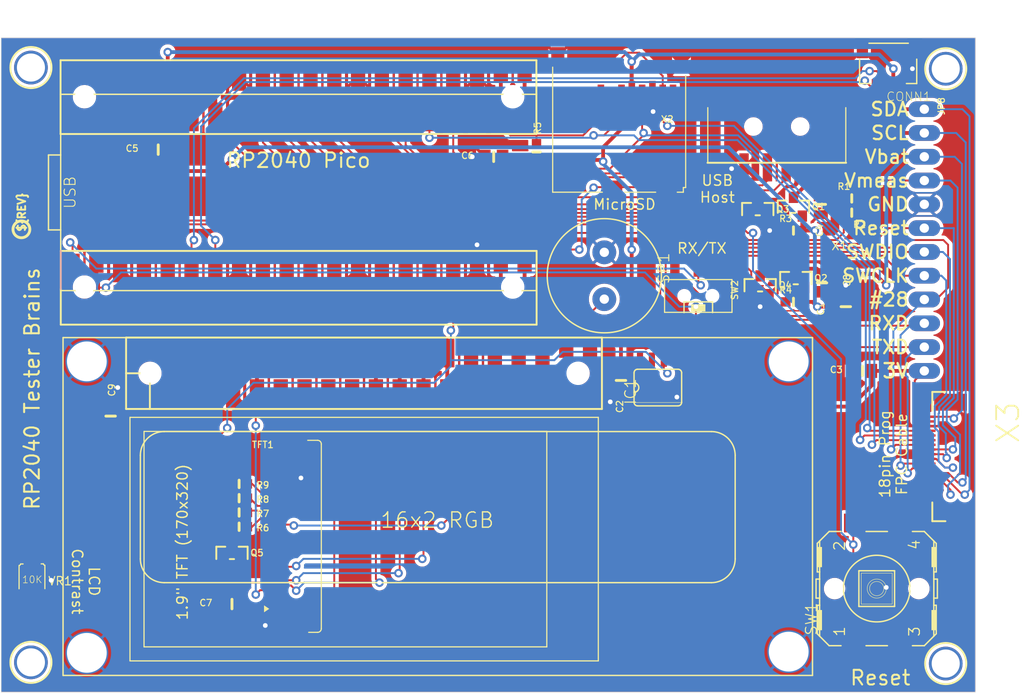
<source format=kicad_pcb>
(kicad_pcb (version 20221018) (generator pcbnew)
  (layers (0 "F.Cu" signal) (31 "B.Cu" signal) (34 "B.Paste" user) (35 "F.Paste" user) (36 "B.SilkS" user "B.Silkscreen") (37 "F.SilkS" user "F.Silkscreen") (38 "B.Mask" user) (39 "F.Mask" user) (44 "Edge.Cuts" user))
  (net 0 "")
  (net 1 "GND")
  (net 2 "+5V")
  (net 3 "N$6")
  (net 4 "3.3V")
  (net 5 "LCD_E")
  (net 6 "LCD_RS")
  (net 7 "LCD_D6")
  (net 8 "LCD_D5")
  (net 9 "LCD_D4")
  (net 10 "SWDIO")
  (net 11 "SWCLK")
  (net 12 "TARGET_RESET")
  (net 13 "TXD")
  (net 14 "RXD")
  (net 15 "VBAT")
  (net 16 "VBAT_SW")
  (net 17 "~{VBAT_SW1}")
  (net 18 "VMEAS")
  (net 19 "SDA")
  (net 20 "SCL")
  (net 21 "GPIO28")
  (net 22 "VSYS")
  (net 23 "LCD_RED")
  (net 24 "LCD_GREEN")
  (net 25 "LCD_BLUE")
  (net 26 "LCD_D7")
  (net 27 "RESET")
  (net 28 "USB_D+")
  (net 29 "USB_D-")
  (net 30 "~{VBAT_SW2}")
  (net 31 "SD_CS")
  (net 32 "VUSB_SW")
  (net 33 "VUSB")
  (net 34 "LCD_NEO")
  (net 35 "SD_CD")
  (net 36 "RXI")
  (net 37 "TXO")
  (net 38 "VMEAS_DIV2")
  (net 39 "MISO")
  (net 40 "MOSI")
  (net 41 "SCK")
  (net 42 "N$1")
  (net 43 "LEDK")
  (net 44 "N$2")
  (net 45 "N$3")
  (net 46 "N$4")
  (net 47 "N$5")
  (footprint "working:0805-NO" (layer "F.Cu") (at 188.4426 105.6386 180)
    (fp_text reference "C3")
    (fp_text value "10uF")
  )
  (footprint "working:PICOWBELL_DUALSMT" (layer "F.Cu") (at 128.2446 86.5886)
    (fp_text reference "CB1" hide)
    (fp_text value "PICOWBELL_DUALSMT" hide)
  )
  (footprint "working:0805-NO" (layer "F.Cu") (at 108.1786 110.4646 90)
    (fp_text reference "C9")
    (fp_text value "10uF")
  )
  (footprint "working:MOUNTINGHOLE_3.0_PLATEDTHIN" (layer "F.Cu") (at 99.6696 73.2536)
    (fp_text reference "U$8" hide)
    (fp_text value "MOUNTINGHOLE3.0THIN" hide)
  )
  (footprint "working:JST_SH4" (layer "F.Cu") (at 191.2366 73.2536 180)
    (fp_text reference "CONN1")
    (fp_text value "STEMMA_I2C_QT" hide)
  )
  (footprint "working:0805-NO" (layer "F.Cu") (at 121.1326 130.5306 180)
    (fp_text reference "C7")
    (fp_text value "10uF")
  )
  (footprint "working:FIDUCIAL_1MM" (layer "F.Cu") (at 99.4156 78.8416)
    (fp_text reference "FID2" hide)
    (fp_text value "FIDUCIAL_1MM" hide)
  )
  (footprint "working:PS12" (layer "F.Cu") (at 160.8836 95.4786 -90)
    (fp_text reference "SP1")
    (fp_text value "SPEAKER/PS12")
  )
  (footprint "working:2X20_SMT_MALE" (layer "F.Cu") (at 135.2296 105.8926)
    (fp_text reference "JP1" hide)
    (fp_text value "16x2 LCD" hide)
  )
  (footprint "working:0603-NO" (layer "F.Cu") (at 153.6446 82.2706 90)
    (fp_text reference "R5")
    (fp_text value "10K")
  )
  (footprint "working:0805-NO" (layer "F.Cu") (at 113.2586 82.0166 180)
    (fp_text reference "C5")
    (fp_text value "10uF")
  )
  (footprint "working:SMT_NUT_3MM" (layer "F.Cu") (at 105.6386 104.6226)
    (fp_text reference "TP2" hide)
    (fp_text value "SEWTAP_SMTNUTM3" hide)
  )
  (footprint "working:0805-NO" (layer "F.Cu") (at 184.1246 96.2406 -90)
    (fp_text reference "C1")
    (fp_text value "10uF")
  )
  (footprint "working:0805-NO" (layer "F.Cu") (at 183.9976 87.8586 -90)
    (fp_text reference "C4")
    (fp_text value "10uF")
  )
  (footprint "working:0603-NO" (layer "F.Cu") (at 121.8946 122.2756)
    (fp_text reference "R6")
    (fp_text value "27")
  )
  (footprint "working:0603-NO" (layer "F.Cu") (at 121.8946 119.2276)
    (fp_text reference "R8")
    (fp_text value "27")
  )
  (footprint "working:TFT_1.9IN_170X320_30P_SS" (layer "F.Cu") (at 127.1016 123.7996 90)
    (fp_text reference "TFT1")
    (fp_text value "DISP_LCD_ST7789_1.9IN_SS" hide)
  )
  (footprint "working:SMT_NUT_3MM" (layer "F.Cu") (at 180.5686 135.6106)
    (fp_text reference "TP4" hide)
    (fp_text value "SEWTAP_SMTNUTM3" hide)
  )
  (footprint "working:B3F-40XX-SMT" (layer "F.Cu") (at 189.9666 128.8796 90)
    (fp_text reference "SW1")
    (fp_text value "12mm SMT")
  )
  (footprint "working:SMT_NUT_3MM" (layer "F.Cu") (at 180.5686 104.6226)
    (fp_text reference "TP3" hide)
    (fp_text value "SEWTAP_SMTNUTM3" hide)
  )
  (footprint "working:FIDUCIAL_1MM" (layer "F.Cu") (at 198.2216 132.4356)
    (fp_text reference "FID3" hide)
    (fp_text value "FIDUCIAL_1MM" hide)
  )
  (footprint "working:0603-NO" (layer "F.Cu") (at 187.2996 87.2236)
    (fp_text reference "R1")
    (fp_text value "10K")
  )
  (footprint "working:0603-NO" (layer "F.Cu") (at 187.2996 88.7476 180)
    (fp_text reference "R2")
    (fp_text value "10K")
  )
  (footprint "working:SO08-SKINNYPADS" (layer "F.Cu") (at 166.5986 107.4166)
    (fp_text reference "IC1")
    (fp_text value "WS2811-SOP8")
  )
  (footprint "working:0805-NO" (layer "F.Cu") (at 186.6646 98.7806 90)
    (fp_text reference "C8")
    (fp_text value "10uF")
  )
  (footprint "working:SOT23-WIDE" (layer "F.Cu") (at 177.2666 88.3666)
    (fp_text reference "Q3")
    (fp_text value "BSS138")
  )
  (footprint "working:USB_HOST-SMT" (layer "F.Cu") (at 179.2986 83.4136 180)
    (fp_text reference "X1")
    (fp_text value "USB A")
  )
  (footprint "working:MOUNTINGHOLE_3.0_PLATEDTHIN" (layer "F.Cu") (at 197.3326 136.8806)
    (fp_text reference "U$10" hide)
    (fp_text value "MOUNTINGHOLE3.0THIN" hide)
  )
  (footprint "working:0603-NO" (layer "F.Cu") (at 121.8946 120.7516)
    (fp_text reference "R7")
    (fp_text value "27")
  )
  (footprint "working:FPC_0.5MM_18PIN" (layer "F.Cu") (at 196.6976 114.7826 90)
    (fp_text reference "X3")
    (fp_text value "TESTER_PROGCABLE_FLIP")
  )
  (footprint "working:MOUNTINGHOLE_3.0_PLATEDTHIN" (layer "F.Cu") (at 99.6696 136.7536)
    (fp_text reference "U$9" hide)
    (fp_text value "MOUNTINGHOLE3.0THIN" hide)
  )
  (footprint "working:SOT23-WIDE" (layer "F.Cu") (at 121.1326 125.0696)
    (fp_text reference "Q5")
    (fp_text value "BSS138")
  )
  (footprint "working:FIDUCIAL_1MM" (layer "F.Cu") (at 99.9236 132.3086)
    (fp_text reference "FID1" hide)
    (fp_text value "FIDUCIAL_1MM" hide)
  )
  (footprint "working:TRIMPOT_BOURNS_TC33X-2" (layer "F.Cu") (at 99.7966 127.8636)
    (fp_text reference "VR1")
    (fp_text value "10K Trimmer")
  )
  (footprint "working:SOT23-WIDE" (layer "F.Cu") (at 181.3306 95.7326)
    (fp_text reference "Q2")
    (fp_text value "DMG34x5")
  )
  (footprint "working:SMT_NUT_3MM" (layer "F.Cu") (at 105.6386 135.7376)
    (fp_text reference "TP1" hide)
    (fp_text value "SEWTAP_SMTNUTM3" hide)
  )
  (footprint "working:MICROSD" (layer "F.Cu") (at 162.2806 78.9686 180)
    (fp_text reference "X2")
    (fp_text value "MicroSD")
  )
  (footprint "working:0603-NO" (layer "F.Cu") (at 181.0766 90.6526)
    (fp_text reference "R3")
    (fp_text value "10K")
  )
  (footprint "working:SOT23-WIDE" (layer "F.Cu") (at 181.0766 88.1126)
    (fp_text reference "Q1")
    (fp_text value "DMG34x5")
  )
  (footprint "working:PCBFEAT-REV-040" (layer "F.Cu") (at 98.6536 90.5256 90)
    (fp_text reference "U$13" hide)
    (fp_text value "" hide)
  )
  (footprint "working:0603-NO" (layer "F.Cu") (at 121.8946 117.7036)
    (fp_text reference "R9")
    (fp_text value "27")
  )
  (footprint "working:1X12_OVAL" (layer "F.Cu") (at 195.0466 91.6686 -90)
    (fp_text reference "JP8")
    (fp_text value "")
  )
  (footprint "working:MOUNTINGHOLE_3.0_PLATEDTHIN" (layer "F.Cu") (at 197.3326 73.3806)
    (fp_text reference "U$7" hide)
    (fp_text value "MOUNTINGHOLE3.0THIN" hide)
  )
  (footprint "working:0805-NO" (layer "F.Cu") (at 149.0726 82.7786 180)
    (fp_text reference "C6")
    (fp_text value "10uF")
  )
  (footprint "working:0603-NO" (layer "F.Cu") (at 181.0766 98.2726)
    (fp_text reference "R4")
    (fp_text value "10K")
  )
  (footprint "working:SOT23-WIDE" (layer "F.Cu") (at 177.5206 96.4946)
    (fp_text reference "Q4")
    (fp_text value "BSS138")
  )
  (footprint "working:0805-NO" (layer "F.Cu") (at 162.6616 106.6546 -90)
    (fp_text reference "C2")
    (fp_text value "10uF")
  )
  (footprint "working:EG1390" (layer "F.Cu") (at 170.9166 97.6376 180)
    (fp_text reference "SW2")
    (fp_text value "DPDT SLIDE")
  )
  (gr_line (start 111.3536 114.6556) (end 111.3536 125.7046) (stroke (width 0.1524)) (layer "F.SilkS"))
  (gr_line (start 103.0986 102.0826) (end 183.1086 102.0826) (stroke (width 0.1524)) (layer "F.SilkS"))
  (gr_line (start 103.0986 138.1506) (end 103.0986 102.0826) (stroke (width 0.1524)) (layer "F.SilkS"))
  (gr_line (start 172.3136 112.1156) (end 113.8936 112.1156) (stroke (width 0.1524)) (layer "F.SilkS"))
  (gr_line (start 183.1086 102.0826) (end 183.1086 138.1506) (stroke (width 0.1524)) (layer "F.SilkS"))
  (gr_arc (start 174.8536 125.7046) (mid 174.109651 127.500651) (end 172.3136 128.2446) (stroke (width 0.1524)) (layer "F.SilkS"))
  (gr_line (start 174.8536 125.7046) (end 174.8536 114.6556) (stroke (width 0.1524)) (layer "F.SilkS"))
  (gr_arc (start 113.8936 128.2446) (mid 112.097549 127.500651) (end 111.3536 125.7046) (stroke (width 0.1524)) (layer "F.SilkS"))
  (gr_arc (start 172.3136 112.1156) (mid 174.109651 112.859549) (end 174.8536 114.6556) (stroke (width 0.1524)) (layer "F.SilkS"))
  (gr_line (start 113.8936 128.2446) (end 172.3136 128.2446) (stroke (width 0.1524)) (layer "F.SilkS"))
  (gr_line (start 183.1086 138.1506) (end 103.0986 138.1506) (stroke (width 0.1524)) (layer "F.SilkS"))
  (gr_arc (start 111.3536 114.6556) (mid 112.097549 112.859549) (end 113.8936 112.1156) (stroke (width 0.1524)) (layer "F.SilkS"))
  (gr_line (start 200.5076 70.0786) (end 96.4946 70.0786) (stroke (width 0.05)) (layer "Edge.Cuts"))
  (gr_line (start 96.4946 70.0786) (end 96.4946 139.9286) (stroke (width 0.05)) (layer "Edge.Cuts"))
  (gr_line (start 200.5076 139.9286) (end 200.5076 70.0786) (stroke (width 0.05)) (layer "Edge.Cuts"))
  (gr_line (start 96.4946 139.9286) (end 200.5076 139.9286) (stroke (width 0.05)) (layer "Edge.Cuts"))
  (gr_text "16x2 RGB" (at 136.8806 122.5296) (layer "F.SilkS") (effects (font (size 1.63576 1.63576) (thickness 0.14224)) (justify left bottom)))
  (gr_text "3V" (at 193.5226 105.6386) (layer "F.SilkS") (effects (font (size 1.52908 1.52908) (thickness 0.24892)) (justify right)))
  (gr_text "USB\nHost" (at 172.9486 86.2076) (layer "F.SilkS") (effects (font (size 1.1176 1.1176) (thickness 0.1524))))
  (gr_text "18pin Prog\nFPC Cable" (at 191.7446 114.5286 90) (layer "F.SilkS") (effects (font (size 1.1176 1.1176) (thickness 0.1524))))
  (gr_text "#28" (at 193.5226 98.0186) (layer "F.SilkS") (effects (font (size 1.441704 1.441704) (thickness 0.234696)) (justify right)))
  (gr_text "Vmeas" (at 193.5226 85.3186) (layer "F.SilkS") (effects (font (size 1.441704 1.441704) (thickness 0.234696)) (justify right)))
  (gr_text "RX/TX" (at 171.2976 92.5576) (layer "F.SilkS") (effects (font (size 1.1176 1.1176) (thickness 0.1524))))
  (gr_text "10K" (at 100.9396 127.4826) (layer "F.SilkS") (effects (font (size 0.747776 0.747776) (thickness 0.065024)) (justify right top)))
  (gr_text "RP2040 Tester Brains" (at 99.7966 107.5436 90) (layer "F.SilkS") (effects (font (size 1.56464 1.56464) (thickness 0.21336))))
  (gr_text "Reset" (at 190.3476 138.4046) (layer "F.SilkS") (effects (font (size 1.56464 1.56464) (thickness 0.21336))))
  (gr_text "SWDIO" (at 193.5226 92.9386) (layer "F.SilkS") (effects (font (size 1.441704 1.441704) (thickness 0.234696)) (justify right)))
  (gr_text "GND" (at 193.5226 87.8586) (layer "F.SilkS") (effects (font (size 1.441704 1.441704) (thickness 0.234696)) (justify right)))
  (gr_text "Reset" (at 193.5226 90.3986) (layer "F.SilkS") (effects (font (size 1.441704 1.441704) (thickness 0.234696)) (justify right)))
  (gr_text "RXD" (at 193.5226 100.5586) (layer "F.SilkS") (effects (font (size 1.441704 1.441704) (thickness 0.234696)) (justify right)))
  (gr_text "SDA" (at 193.5226 77.6986) (layer "F.SilkS") (effects (font (size 1.441704 1.441704) (thickness 0.234696)) (justify right)))
  (gr_text "RP2040 Pico" (at 128.2446 83.1596) (layer "F.SilkS") (effects (font (size 1.56464 1.56464) (thickness 0.21336))))
  (gr_text "MicroSD" (at 163.0426 87.8586) (layer "F.SilkS") (effects (font (size 1.1176 1.1176) (thickness 0.1524))))
  (gr_text "SCL" (at 193.5226 80.2386) (layer "F.SilkS") (effects (font (size 1.441704 1.441704) (thickness 0.234696)) (justify right)))
  (gr_text "TXD" (at 193.5226 103.0986) (layer "F.SilkS") (effects (font (size 1.441704 1.441704) (thickness 0.234696)) (justify right)))
  (gr_text "LCD\nContrast" (at 105.5116 128.1176 270) (layer "F.SilkS") (effects (font (size 1.1176 1.1176) (thickness 0.1524))))
  (gr_text "SWCLK" (at 193.5226 95.4786) (layer "F.SilkS") (effects (font (size 1.441704 1.441704) (thickness 0.234696)) (justify right)))
  (gr_text "Vbat" (at 193.5226 82.7786) (layer "F.SilkS") (effects (font (size 1.441704 1.441704) (thickness 0.234696)) (justify right)))
  (segment (start 128.2446 119.1006) (end 128.2446 116.5606) (width 0.254) (layer "F.Cu") (net 1))
  (segment (start 124.1806 127.0496) (end 124.1806 126.0496) (width 0.254) (layer "F.Cu") (net 1))
  (segment (start 199.3646 108.9826) (end 197.8496 108.9826) (width 0.254) (layer "F.Cu") (net 1))
  (segment (start 195.5436 111.5326) (end 197.5866 111.5326) (width 0.254) (layer "F.Cu") (net 1))
  (segment (start 195.5436 111.5326) (end 193.2686 111.5326) (width 0.254) (layer "F.Cu") (net 1))
  (segment (start 125.8656 127.0496) (end 124.1806 127.0496) (width 0.254) (layer "F.Cu") (net 1))
  (segment (start 125.8656 116.5606) (end 128.2446 116.5606) (width 0.254) (layer "F.Cu") (net 1))
  (segment (start 197.5866 111.7346) (end 199.3646 111.7346) (width 0.254) (layer "F.Cu") (net 1))
  (segment (start 199.3646 111.7346) (end 199.3646 108.9826) (width 0.254) (layer "F.Cu") (net 1))
  (segment (start 128.2446 116.5606) (end 128.2446 114.3796) (width 0.254) (layer "F.Cu") (net 1))
  (segment (start 126.8208 119.1006) (end 128.2446 119.1006) (width 0.254) (layer "F.Cu") (net 1))
  (segment (start 125.8656 123.0496) (end 125.8656 123.5496) (width 0.2032) (layer "F.Cu") (net 1))
  (segment (start 125.8656 131.0496) (end 125.8656 131.0386) (width 0.254) (layer "F.Cu") (net 1))
  (segment (start 126.8208 119.0794) (end 126.8208 119.1006) (width 0.254) (layer "F.Cu") (net 1))
  (segment (start 125.8656 126.0496) (end 124.1806 126.0496) (width 0.254) (layer "F.Cu") (net 1))
  (segment (start 128.2446 114.3796) (end 128.1216 114.3796) (width 0.254) (layer "F.Cu") (net 1))
  (segment (start 124.6886 132.7196) (end 128.1216 132.7196) (width 0.254) (layer "F.Cu") (net 1))
  (segment (start 186.6646 97.8306) (end 184.7646 97.8306) (width 0.4064) (layer "F.Cu") (net 1))
  (segment (start 125.8656 122.5496) (end 125.8656 123.0496) (width 0.2032) (layer "F.Cu") (net 1))
  (segment (start 122.0826 126.0496) (end 122.0826 126.0696) (width 0.254) (layer "F.Cu") (net 1))
  (segment (start 184.1246 97.1906) (end 184.7646 97.8306) (width 0.4064) (layer "F.Cu") (net 1))
  (segment (start 124.1806 124.0496) (end 124.1806 126.0496) (width 0.254) (layer "F.Cu") (net 1))
  (segment (start 125.8656 116.5496) (end 125.8656 116.5606) (width 0.254) (layer "F.Cu") (net 1))
  (segment (start 125.8656 123.5496) (end 125.8656 124.0496) (width 0.2032) (layer "F.Cu") (net 1))
  (segment (start 197.5866 111.5326) (end 197.5866 111.7346) (width 0.254) (layer "F.Cu") (net 1))
  (segment (start 125.8656 131.0386) (end 128.2446 131.0386) (width 0.254) (layer "F.Cu") (net 1))
  (segment (start 124.9426 131.0496) (end 124.9426 131.0386) (width 0.254) (layer "F.Cu") (net 1))
  (segment (start 125.8656 131.0496) (end 124.9426 131.0496) (width 0.254) (layer "F.Cu") (net 1))
  (segment (start 124.9426 131.0386) (end 124.6886 131.0386) (width 0.254) (layer "F.Cu") (net 1))
  (segment (start 125.8656 119.0794) (end 126.8208 119.0794) (width 0.254) (layer "F.Cu") (net 1))
  (segment (start 193.2686 111.5326) (end 193.2686 111.2266) (width 0.254) (layer "F.Cu") (net 1))
  (segment (start 124.1806 126.0496) (end 122.0826 126.0496) (width 0.254) (layer "F.Cu") (net 1))
  (segment (start 125.8656 124.0496) (end 124.1806 124.0496) (width 0.254) (layer "F.Cu") (net 1))
  (segment (start 124.6886 131.0386) (end 124.6886 132.7196) (width 0.254) (layer "F.Cu") (net 1))
  (segment (start 125.8656 119.0496) (end 125.8656 119.0794) (width 0.254) (layer "F.Cu") (net 1))
  (via (at 168.6306 108.4326) (size 0.9064) (drill 0.5) (layers "F.Cu" "B.Cu") (net 1))
  (via (at 178.5366 90.6526) (size 0.9064) (drill 0.5) (layers "F.Cu" "B.Cu") (net 1))
  (via (at 161.5186 108.9406) (size 0.9064) (drill 0.5) (layers "F.Cu" "B.Cu") (net 1))
  (via (at 166.0906 77.9526) (size 0.9064) (drill 0.5) (layers "F.Cu" "B.Cu") (net 1))
  (via (at 186.6646 96.4946) (size 0.9064) (drill 0.5) (layers "F.Cu" "B.Cu") (net 1))
  (via (at 147.2946 92.1766) (size 0.9064) (drill 0.5) (layers "F.Cu" "B.Cu") (net 1))
  (via (at 190.9826 128.7526) (size 0.9064) (drill 0.5) (layers "F.Cu" "B.Cu") (net 1))
  (via (at 146.7866 82.7786) (size 0.9064) (drill 0.5) (layers "F.Cu" "B.Cu") (net 1))
  (via (at 174.4726 84.0486) (size 0.9064) (drill 0.5) (layers "F.Cu" "B.Cu") (net 1))
  (via (at 193.7766 73.3806) (size 0.9064) (drill 0.5) (layers "F.Cu" "B.Cu") (net 1))
  (via (at 108.9406 107.4166) (size 0.9064) (drill 0.5) (layers "F.Cu" "B.Cu") (net 1))
  (via (at 124.6886 132.8166) (size 0.9064) (drill 0.5) (layers "F.Cu" "B.Cu") (net 1))
  (via (at 177.5206 98.7806) (size 0.9064) (drill 0.5) (layers "F.Cu" "B.Cu") (net 1))
  (via (at 101.8286 127.9906) (size 0.9064) (drill 0.5) (layers "F.Cu" "B.Cu") (net 1))
  (via (at 128.4986 117.0686) (size 0.9064) (drill 0.5) (layers "F.Cu" "B.Cu") (net 1))
  (segment (start 100.8126 91.4146) (end 100.8126 107.4166) (width 0.4064) (layer "F.Cu") (net 2))
  (segment (start 104.115 77.157794) (end 103.9278 76.970594) (width 0.4064) (layer "F.Cu") (net 2))
  (segment (start 104.115 88.1122) (end 100.8126 91.4146) (width 0.4064) (layer "F.Cu") (net 2))
  (segment (start 99.5426 123.9266) (end 102.8446 123.9266) (width 0.4064) (layer "F.Cu") (net 2))
  (segment (start 182.2806 96.7326) (end 182.2806 97.9186) (width 0.4064) (layer "F.Cu") (net 2))
  (segment (start 113.6396 105.101807) (end 113.8268 105.289007) (width 0.4064) (layer "F.Cu") (net 2))
  (segment (start 113.8268 105.289007) (end 113.8268 106.496194) (width 0.4064) (layer "F.Cu") (net 2))
  (segment (start 119.8626 84.3026) (end 104.115 84.3026) (width 0.4064) (layer "F.Cu") (net 2))
  (segment (start 103.9278 76.970594) (end 103.9278 75.763407) (width 0.4064) (layer "F.Cu") (net 2))
  (segment (start 98.2726 125.1966) (end 99.5426 123.9266) (width 0.4064) (layer "F.Cu") (net 2))
  (segment (start 183.6166 98.7806) (end 183.1086 98.2726) (width 0.4064) (layer "F.Cu") (net 2))
  (segment (start 186.6646 99.7306) (end 186.1566 99.7306) (width 0.4064) (layer "F.Cu") (net 2))
  (segment (start 108.1786 111.4146) (end 107.8586 111.2266) (width 0.4064) (layer "F.Cu") (net 2))
  (segment (start 102.8446 123.9266) (end 113.6396 113.1316) (width 0.4064) (layer "F.Cu") (net 2))
  (segment (start 182.0266 89.1126) (end 182.0266 90.5526) (width 0.4064) (layer "F.Cu") (net 2))
  (segment (start 113.6396 111.2266) (end 113.6396 108.5596) (width 0.4064) (layer "F.Cu") (net 2))
  (segment (start 113.6396 103.2256) (end 113.6396 105.101807) (width 0.4064) (layer "F.Cu") (net 2))
  (segment (start 104.115 75.576207) (end 104.115 73.7) (width 0.4064) (layer "F.Cu") (net 2))
  (segment (start 104.115 79.034) (end 104.115 84.3026) (width 0.4064) (layer "F.Cu") (net 2))
  (segment (start 181.9266 90.6526) (end 182.0266 90.5526) (width 0.4064) (layer "F.Cu") (net 2))
  (segment (start 104.6226 111.2266) (end 107.8586 111.2266) (width 0.4064) (layer "F.Cu") (net 2))
  (segment (start 121.1326 83.0326) (end 119.8626 84.3026) (width 0.4064) (layer "F.Cu") (net 2))
  (segment (start 104.115 77.157794) (end 104.115 79.034) (width 0.4064) (layer "F.Cu") (net 2))
  (segment (start 113.6396 106.683394) (end 113.6396 108.5596) (width 0.4064) (layer "F.Cu") (net 2))
  (segment (start 107.8586 111.2266) (end 113.6396 111.2266) (width 0.4064) (layer "F.Cu") (net 2))
  (segment (start 183.3626 90.6526) (end 181.9266 90.6526) (width 0.4064) (layer "F.Cu") (net 2))
  (segment (start 181.9266 98.2726) (end 182.2806 97.9186) (width 0.4064) (layer "F.Cu") (net 2))
  (segment (start 186.1566 99.7306) (end 185.2066 98.7806) (width 0.4064) (layer "F.Cu") (net 2))
  (segment (start 185.2066 98.7806) (end 183.6166 98.7806) (width 0.4064) (layer "F.Cu") (net 2))
  (segment (start 113.6396 113.1316) (end 113.6396 111.2266) (width 0.4064) (layer "F.Cu") (net 2))
  (segment (start 100.8126 107.4166) (end 104.6226 111.2266) (width 0.4064) (layer "F.Cu") (net 2))
  (segment (start 98.2726 129.1396) (end 98.2726 125.1966) (width 0.4064) (layer "F.Cu") (net 2))
  (segment (start 104.115 88.1122) (end 104.115 84.3026) (width 0.4064) (layer "F.Cu") (net 2))
  (segment (start 183.1086 98.2726) (end 181.9266 98.2726) (width 0.4064) (layer "F.Cu") (net 2))
  (segment (start 98.7966 129.6636) (end 98.2726 129.1396) (width 0.4064) (layer "F.Cu") (net 2))
  (segment (start 103.9278 75.763407) (end 104.115 75.576207) (width 0.4064) (layer "F.Cu") (net 2))
  (segment (start 113.8268 106.496194) (end 113.6396 106.683394) (width 0.4064) (layer "F.Cu") (net 2))
  (via (at 183.6166 98.7806) (size 0.9064) (drill 0.5) (layers "F.Cu" "B.Cu") (net 2))
  (via (at 183.3626 90.6526) (size 0.9064) (drill 0.5) (layers "F.Cu" "B.Cu") (net 2))
  (via (at 121.1326 83.0326) (size 0.9064) (drill 0.5) (layers "F.Cu" "B.Cu") (net 2))
  (segment (start 121.1326 83.0326) (end 122.4026 81.7626) (width 0.4064) (layer "B.Cu") (net 2))
  (segment (start 183.6166 98.7806) (end 183.3626 98.5266) (width 0.4064) (layer "B.Cu") (net 2))
  (segment (start 122.4026 81.7626) (end 174.1287 81.7626) (width 0.4064) (layer "B.Cu") (net 2))
  (segment (start 183.3626 90.6526) (end 183.3626 98.5266) (width 0.4064) (layer "B.Cu") (net 2))
  (segment (start 183.0187 90.6526) (end 174.1287 81.7626) (width 0.4064) (layer "B.Cu") (net 2))
  (segment (start 183.3626 90.6526) (end 183.0187 90.6526) (width 0.4064) (layer "B.Cu") (net 2))
  (segment (start 103.6596 126.4136) (end 99.7966 126.4136) (width 0.4064) (layer "F.Cu") (net 3))
  (segment (start 116.1796 113.8936) (end 103.6596 126.4136) (width 0.4064) (layer "F.Cu") (net 3))
  (segment (start 116.1796 103.7336) (end 116.1796 108.0516) (width 0.4064) (layer "F.Cu") (net 3))
  (segment (start 116.1796 108.0516) (end 116.1796 113.8936) (width 0.4064) (layer "F.Cu") (net 3))
  (segment (start 132.0546 120.8786) (end 132.0546 130.0496) (width 0.2032) (layer "F.Cu") (net 4))
  (segment (start 160.7566 83.1206) (end 160.7566 83.2866) (width 0.4064) (layer "F.Cu") (net 4))
  (segment (start 161.2646 101.5746) (end 163.8046 99.0346) (width 0.4064) (layer "F.Cu") (net 4))
  (segment (start 114.275 81.9502) (end 114.2086 82.0166) (width 0.4064) (layer "F.Cu") (net 4))
  (segment (start 125.8656 129.9566) (end 125.9586 130.0496) (width 0.2032) (layer "F.Cu") (net 4))
  (segment (start 114.275 78.526) (end 114.275 74.208) (width 0.4064) (layer "F.Cu") (net 4))
  (segment (start 144.4736 130.0496) (end 132.0546 130.0496) (width 0.2032) (layer "F.Cu") (net 4))
  (segment (start 124.9156 130.0496) (end 124.4346 130.5306) (width 0.2032) (layer "F.Cu") (net 4))
  (segment (start 163.8046 78.7146) (end 163.8046 72.6186) (width 0.4064) (layer "F.Cu") (net 4))
  (segment (start 114.275 71.603) (end 114.2746 71.6026) (width 0.4064) (layer "F.Cu") (net 4))
  (segment (start 161.2646 101.5746) (end 162.6616 102.9716) (width 0.4064) (layer "F.Cu") (net 4))
  (segment (start 124.4346 130.5306) (end 122.0826 130.5306) (width 0.2032) (layer "F.Cu") (net 4))
  (segment (start 191.7366 75.2596) (end 191.7366 73.3886) (width 0.4064) (layer "F.Cu") (net 4))
  (segment (start 147.8026 101.5746) (end 161.2646 101.5746) (width 0.4064) (layer "F.Cu") (net 4))
  (segment (start 125.91044 130.0496) (end 125.8656 129.993632) (width 0.2032) (layer "F.Cu") (net 4))
  (segment (start 126.8116 121.5496) (end 127.4826 120.8786) (width 0.2032) (layer "F.Cu") (net 4))
  (segment (start 125.8656 130.0496) (end 124.9156 130.0496) (width 0.2032) (layer "F.Cu") (net 4))
  (segment (start 146.6596 127.8636) (end 144.4736 130.0496) (width 0.2032) (layer "F.Cu") (net 4))
  (segment (start 146.6596 102.7176) (end 147.8026 101.5746) (width 0.4064) (layer "F.Cu") (net 4))
  (segment (start 114.275 78.526) (end 114.275 81.9502) (width 0.4064) (layer "F.Cu") (net 4))
  (segment (start 146.6596 103.7336) (end 146.6596 102.7176) (width 0.4064) (layer "F.Cu") (net 4))
  (segment (start 189.3926 105.6386) (end 189.4586 105.6386) (width 0.4064) (layer "F.Cu") (net 4))
  (segment (start 164.6936 105.0036) (end 166.5986 106.9086) (width 0.4064) (layer "F.Cu") (net 4))
  (segment (start 187.1726 109.4486) (end 189.4586 107.1626) (width 0.4064) (layer "F.Cu") (net 4))
  (segment (start 163.8196 75.4216) (end 163.8046 75.4066) (width 0.4064) (layer "F.Cu") (net 4))
  (segment (start 166.5986 106.9086) (end 173.9646 106.9086) (width 0.4064) (layer "F.Cu") (net 4))
  (segment (start 163.8046 99.0346) (end 163.8046 92.6846) (width 0.4064) (layer "F.Cu") (net 4))
  (segment (start 114.275 74.208) (end 114.275 71.603) (width 0.4064) (layer "F.Cu") (net 4))
  (segment (start 194.0306 110.9726) (end 194.0306 106.6546) (width 0.2032) (layer "F.Cu") (net 4))
  (segment (start 162.6616 102.9716) (end 162.6616 105.7046) (width 0.4064) (layer "F.Cu") (net 4))
  (segment (start 153.3026 82.7786) (end 153.6446 83.1206) (width 0.4064) (layer "F.Cu") (net 4))
  (segment (start 146.6596 108.0516) (end 146.6596 127.8636) (width 0.2032) (layer "F.Cu") (net 4))
  (segment (start 132.0546 130.0496) (end 125.91044 130.0496) (width 0.2032) (layer "F.Cu") (net 4))
  (segment (start 150.0226 82.7786) (end 153.3026 82.7786) (width 0.4064) (layer "F.Cu") (net 4))
  (segment (start 125.8656 130.0496) (end 125.8656 129.5496) (width 0.2032) (layer "F.Cu") (net 4))
  (segment (start 127.4826 120.8786) (end 132.0546 120.8786) (width 0.2032) (layer "F.Cu") (net 4))
  (segment (start 189.4586 105.6386) (end 195.0466 105.6386) (width 0.4064) (layer "F.Cu") (net 4))
  (segment (start 176.5046 109.4486) (end 187.1726 109.4486) (width 0.4064) (layer "F.Cu") (net 4))
  (segment (start 189.4586 107.1626) (end 189.4586 105.6386) (width 0.4064) (layer "F.Cu") (net 4))
  (segment (start 164.6936 104.4432) (end 163.4322 105.7046) (width 0.4064) (layer "F.Cu") (net 4))
  (segment (start 194.0906 111.0326) (end 194.0306 110.9726) (width 0.2032) (layer "F.Cu") (net 4))
  (segment (start 160.7566 81.7626) (end 163.8046 78.7146) (width 0.4064) (layer "F.Cu") (net 4))
  (segment (start 195.5436 111.0326) (end 194.0906 111.0326) (width 0.2032) (layer "F.Cu") (net 4))
  (segment (start 173.9646 106.9086) (end 176.5046 109.4486) (width 0.4064) (layer "F.Cu") (net 4))
  (segment (start 125.8656 121.5496) (end 126.8116 121.5496) (width 0.2032) (layer "F.Cu") (net 4))
  (segment (start 164.6936 104.4432) (end 164.6936 105.0036) (width 0.4064) (layer "F.Cu") (net 4))
  (segment (start 125.9586 130.0496) (end 125.8656 130.0496) (width 0.2032) (layer "F.Cu") (net 4))
  (segment (start 125.8656 129.5496) (end 125.8656 129.993632) (width 0.2032) (layer "F.Cu") (net 4))
  (segment (start 146.6596 103.7336) (end 146.6596 108.0516) (width 0.4064) (layer "F.Cu") (net 4))
  (segment (start 153.6446 83.1206) (end 160.7566 83.1206) (width 0.4064) (layer "F.Cu") (net 4))
  (segment (start 194.0306 106.6546) (end 195.0466 105.6386) (width 0.2032) (layer "F.Cu") (net 4))
  (segment (start 191.7366 73.3886) (end 191.7446 73.3806) (width 0.4064) (layer "F.Cu") (net 4))
  (segment (start 125.8656 130.0496) (end 125.8656 130.5496) (width 0.2032) (layer "F.Cu") (net 4))
  (segment (start 160.7566 83.2866) (end 160.7566 81.7626) (width 0.4064) (layer "F.Cu") (net 4))
  (segment (start 163.4322 105.7046) (end 162.6616 105.7046) (width 0.4064) (layer "F.Cu") (net 4))
  (segment (start 163.8046 72.6186) (end 163.8046 75.4066) (width 0.4064) (layer "F.Cu") (net 4))
  (via (at 163.8046 92.6846) (size 0.9064) (drill 0.5) (layers "F.Cu" "B.Cu") (net 4))
  (via (at 114.2746 71.6026) (size 0.9064) (drill 0.5) (layers "F.Cu" "B.Cu") (net 4))
  (via (at 191.7446 73.3806) (size 0.9064) (drill 0.5) (layers "F.Cu" "B.Cu") (net 4))
  (via (at 163.8046 72.6186) (size 0.9064) (drill 0.5) (layers "F.Cu" "B.Cu") (net 4))
  (via (at 160.7566 83.2866) (size 0.9064) (drill 0.5) (layers "F.Cu" "B.Cu") (net 4))
  (segment (start 163.8046 86.5886) (end 160.7566 83.5406) (width 0.4064) (layer "B.Cu") (net 4))
  (segment (start 114.2746 71.6026) (end 163.0426 71.6026) (width 0.4064) (layer "B.Cu") (net 4))
  (segment (start 191.7446 73.3806) (end 190.2206 71.8566) (width 0.4064) (layer "B.Cu") (net 4))
  (segment (start 163.8046 72.3646) (end 163.0426 71.6026) (width 0.4064) (layer "B.Cu") (net 4))
  (segment (start 190.2206 71.8566) (end 164.5666 71.8566) (width 0.4064) (layer "B.Cu") (net 4))
  (segment (start 164.5666 71.8566) (end 163.8046 72.6186) (width 0.4064) (layer "B.Cu") (net 4))
  (segment (start 163.8046 72.6186) (end 163.8046 72.3646) (width 0.4064) (layer "B.Cu") (net 4))
  (segment (start 163.8046 92.6846) (end 163.8046 86.5886) (width 0.4064) (layer "B.Cu") (net 4))
  (segment (start 160.7566 83.2866) (end 160.7566 83.5406) (width 0.4064) (layer "B.Cu") (net 4))
  (segment (start 124.1376 129.0496) (end 123.6726 129.5146) (width 0.2032) (layer "F.Cu") (net 5))
  (segment (start 123.6726 111.4806) (end 123.6726 108.1786) (width 0.2032) (layer "F.Cu") (net 5))
  (segment (start 128.4986 101.5746) (end 124.9426 101.5746) (width 0.2032) (layer "F.Cu") (net 5))
  (segment (start 124.9426 101.5746) (end 123.6726 102.8446) (width 0.2032) (layer "F.Cu") (net 5))
  (segment (start 129.5142 94.6512) (end 129.5142 98.9692) (width 0.4064) (layer "F.Cu") (net 5))
  (segment (start 123.6726 103.6066) (end 123.7996 103.7336) (width 0.2032) (layer "F.Cu") (net 5))
  (segment (start 123.7996 103.7336) (end 123.7996 108.0516) (width 0.4064) (layer "F.Cu") (net 5))
  (segment (start 125.8656 129.0496) (end 124.1376 129.0496) (width 0.2032) (layer "F.Cu") (net 5))
  (segment (start 129.5142 100.559) (end 128.4986 101.5746) (width 0.2032) (layer "F.Cu") (net 5))
  (segment (start 129.5142 98.9692) (end 129.5142 100.559) (width 0.2032) (layer "F.Cu") (net 5))
  (segment (start 123.6726 108.1786) (end 123.7996 108.0516) (width 0.2032) (layer "F.Cu") (net 5))
  (segment (start 123.6726 102.8446) (end 123.6726 103.6066) (width 0.2032) (layer "F.Cu") (net 5))
  (via (at 123.6726 111.4806) (size 0.9064) (drill 0.5) (layers "F.Cu" "B.Cu") (net 5))
  (via (at 123.6726 129.5146) (size 0.9064) (drill 0.5) (layers "F.Cu" "B.Cu") (net 5))
  (segment (start 123.6726 129.5146) (end 123.6726 111.4806) (width 0.2032) (layer "B.Cu") (net 5))
  (segment (start 126.111 100.9142) (end 120.015 100.9142) (width 0.2032) (layer "F.Cu") (net 6))
  (segment (start 124.47455 128.2446) (end 125.13115 127.588) (width 0.2032) (layer "F.Cu") (net 6))
  (segment (start 118.7196 103.7336) (end 118.7196 108.0516) (width 0.4064) (layer "F.Cu") (net 6))
  (segment (start 118.7196 102.2096) (end 118.7196 103.7336) (width 0.2032) (layer "F.Cu") (net 6))
  (segment (start 118.2116 108.5596) (end 118.2116 127.3556) (width 0.2032) (layer "F.Cu") (net 6))
  (segment (start 126.9742 100.051) (end 126.111 100.9142) (width 0.2032) (layer "F.Cu") (net 6))
  (segment (start 118.2116 127.3556) (end 119.1006 128.2446) (width 0.2032) (layer "F.Cu") (net 6))
  (segment (start 126.9742 98.9692) (end 126.9742 94.6512) (width 0.4064) (layer "F.Cu") (net 6))
  (segment (start 125.13115 127.588) (end 126.3352 127.588) (width 0.2032) (layer "F.Cu") (net 6))
  (segment (start 126.3352 127.588) (end 125.8656 127.5496) (width 0.2032) (layer "F.Cu") (net 6))
  (segment (start 119.1006 128.2446) (end 124.47455 128.2446) (width 0.2032) (layer "F.Cu") (net 6))
  (segment (start 126.9742 98.9692) (end 126.9742 100.051) (width 0.2032) (layer "F.Cu") (net 6))
  (segment (start 118.7196 108.0516) (end 118.2116 108.5596) (width 0.2032) (layer "F.Cu") (net 6))
  (segment (start 120.015 100.9142) (end 118.7196 102.2096) (width 0.2032) (layer "F.Cu") (net 6))
  (segment (start 139.6746 98.9692) (end 139.6746 94.6512) (width 0.4064) (layer "F.Cu") (net 7))
  (segment (start 141.5796 102.2096) (end 141.5796 103.7336) (width 0.2032) (layer "F.Cu") (net 7))
  (segment (start 127.9906 126.4666) (end 127.9076 126.5496) (width 0.2032) (layer "F.Cu") (net 7))
  (segment (start 127.9076 126.5496) (end 125.8656 126.5496) (width 0.2032) (layer "F.Cu") (net 7))
  (segment (start 141.5796 108.0516) (end 141.5796 125.5776) (width 0.2032) (layer "F.Cu") (net 7))
  (segment (start 139.6742 100.3042) (end 141.5796 102.2096) (width 0.2032) (layer "F.Cu") (net 7))
  (segment (start 141.5796 125.5776) (end 141.4526 125.7046) (width 0.2032) (layer "F.Cu") (net 7))
  (segment (start 139.6746 94.6512) (end 139.6742 94.6512) (width 0.4064) (layer "F.Cu") (net 7))
  (segment (start 141.5796 103.7336) (end 141.5796 108.0516) (width 0.4064) (layer "F.Cu") (net 7))
  (segment (start 139.6742 98.9692) (end 139.6746 98.9692) (width 0.4064) (layer "F.Cu") (net 7))
  (segment (start 139.6742 98.9692) (end 139.6742 100.3042) (width 0.2032) (layer "F.Cu") (net 7))
  (via (at 127.9906 126.4666) (size 0.9064) (drill 0.5) (layers "F.Cu" "B.Cu") (net 7))
  (via (at 141.4526 125.7046) (size 0.9064) (drill 0.5) (layers "F.Cu" "B.Cu") (net 7))
  (segment (start 128.7526 125.7046) (end 127.9906 126.4666) (width 0.2032) (layer "B.Cu") (net 7))
  (segment (start 141.4526 125.7046) (end 128.7526 125.7046) (width 0.2032) (layer "B.Cu") (net 7))
  (segment (start 137.1342 98.9692) (end 137.1342 100.8122) (width 0.2032) (layer "F.Cu") (net 8))
  (segment (start 139.0396 102.7176) (end 139.0396 103.7336) (width 0.2032) (layer "F.Cu") (net 8))
  (segment (start 139.0396 103.7336) (end 139.0396 108.0516) (width 0.4064) (layer "F.Cu") (net 8))
  (segment (start 137.1342 94.6512) (end 137.1342 98.9692) (width 0.4064) (layer "F.Cu") (net 8))
  (segment (start 139.0396 108.0516) (end 139.0396 127.1016) (width 0.2032) (layer "F.Cu") (net 8))
  (segment (start 126.61685 127.9944) (end 126.4288 127.9944) (width 0.2032) (layer "F.Cu") (net 8))
  (segment (start 127.9906 127.9906) (end 126.62065 127.9906) (width 0.2032) (layer "F.Cu") (net 8))
  (segment (start 126.4288 127.9944) (end 125.8656 128.0496) (width 0.2032) (layer "F.Cu") (net 8))
  (segment (start 139.0396 127.1016) (end 138.9126 127.2286) (width 0.2032) (layer "F.Cu") (net 8))
  (segment (start 126.62065 127.9906) (end 126.61685 127.9944) (width 0.2032) (layer "F.Cu") (net 8))
  (segment (start 137.1342 100.8122) (end 139.0396 102.7176) (width 0.2032) (layer "F.Cu") (net 8))
  (via (at 127.9906 127.9906) (size 0.9064) (drill 0.5) (layers "F.Cu" "B.Cu") (net 8))
  (via (at 138.9126 127.2286) (size 0.9064) (drill 0.5) (layers "F.Cu" "B.Cu") (net 8))
  (segment (start 138.9126 127.2286) (end 128.7526 127.2286) (width 0.2032) (layer "B.Cu") (net 8))
  (segment (start 128.7526 127.2286) (end 127.9906 127.9906) (width 0.2032) (layer "B.Cu") (net 8))
  (segment (start 132.0542 100.5582) (end 132.8166 101.3206) (width 0.2032) (layer "F.Cu") (net 9))
  (segment (start 136.4996 127.8636) (end 136.8806 128.2446) (width 0.2032) (layer "F.Cu") (net 9))
  (segment (start 136.6266 102.0826) (end 136.6266 104.3686) (width 0.2032) (layer "F.Cu") (net 9))
  (segment (start 127.44 128.5496) (end 125.8656 128.5496) (width 0.2032) (layer "F.Cu") (net 9))
  (segment (start 135.8646 101.3206) (end 136.6266 102.0826) (width 0.2032) (layer "F.Cu") (net 9))
  (segment (start 136.4996 108.0516) (end 136.4996 127.8636) (width 0.2032) (layer "F.Cu") (net 9))
  (segment (start 136.4996 103.7336) (end 136.4996 108.0516) (width 0.4064) (layer "F.Cu") (net 9))
  (segment (start 136.4996 104.2416) (end 136.4996 103.7336) (width 0.2032) (layer "F.Cu") (net 9))
  (segment (start 132.0542 94.6512) (end 132.0542 98.9692) (width 0.4064) (layer "F.Cu") (net 9))
  (segment (start 132.8166 101.3206) (end 135.8646 101.3206) (width 0.2032) (layer "F.Cu") (net 9))
  (segment (start 132.0542 98.9692) (end 132.0542 100.5582) (width 0.2032) (layer "F.Cu") (net 9))
  (segment (start 127.9906 129.1002) (end 127.44 128.5496) (width 0.2032) (layer "F.Cu") (net 9))
  (segment (start 136.6266 104.3686) (end 136.4996 104.2416) (width 0.2032) (layer "F.Cu") (net 9))
  (via (at 127.9906 129.1002) (size 0.9064) (drill 0.5) (layers "F.Cu" "B.Cu") (net 9))
  (via (at 136.8806 128.2446) (size 0.9064) (drill 0.5) (layers "F.Cu" "B.Cu") (net 9))
  (segment (start 136.8806 128.2446) (end 128.8462 128.2446) (width 0.2032) (layer "B.Cu") (net 9))
  (segment (start 128.8462 128.2446) (end 127.9906 129.1002) (width 0.2032) (layer "B.Cu") (net 9))
  (segment (start 172.3898 89.5858) (end 113.8174 89.5858) (width 0.2032) (layer "F.Cu") (net 10))
  (segment (start 197.438993 114.930207) (end 197.041387 114.5326) (width 0.2032) (layer "F.Cu") (net 10))
  (segment (start 113.8174 89.5858) (end 111.7342 91.669) (width 0.2032) (layer "F.Cu") (net 10))
  (segment (start 197.041387 114.5326) (end 195.5436 114.5326) (width 0.2032) (layer "F.Cu") (net 10))
  (segment (start 111.7342 98.9692) (end 111.7342 94.6512) (width 0.4064) (layer "F.Cu") (net 10))
  (segment (start 175.7426 92.9386) (end 172.3898 89.5858) (width 0.2032) (layer "F.Cu") (net 10))
  (segment (start 111.7342 91.669) (end 111.7342 94.6512) (width 0.2032) (layer "F.Cu") (net 10))
  (segment (start 195.0466 92.9386) (end 175.7426 92.9386) (width 0.2032) (layer "F.Cu") (net 10))
  (via (at 197.438993 114.930207) (size 0.9064) (drill 0.5) (layers "F.Cu" "B.Cu") (net 10))
  (segment (start 196.6294 109.510325) (end 196.6294 110.1518) (width 0.2032) (layer "B.Cu") (net 10))
  (segment (start 197.438993 114.432969) (end 197.438993 114.930207) (width 0.2032) (layer "B.Cu") (net 10))
  (segment (start 197.3406 114.334575) (end 197.438993 114.432969) (width 0.2032) (layer "B.Cu") (net 10))
  (segment (start 196.5706 111.547338) (end 197.3406 112.317338) (width 0.2032) (layer "B.Cu") (net 10))
  (segment (start 195.0466 92.9386) (end 197.0278 92.9386) (width 0.2032) (layer "B.Cu") (net 10))
  (segment (start 197.0278 92.9386) (end 197.7898 93.7006) (width 0.2032) (layer "B.Cu") (net 10))
  (segment (start 197.3406 112.317338) (end 197.3406 114.334575) (width 0.2032) (layer "B.Cu") (net 10))
  (segment (start 196.5706 110.2106) (end 196.5706 111.547338) (width 0.2032) (layer "B.Cu") (net 10))
  (segment (start 196.6294 110.1518) (end 196.5706 110.2106) (width 0.2032) (layer "B.Cu") (net 10))
  (segment (start 197.7898 93.7006) (end 197.7898 108.349925) (width 0.2032) (layer "B.Cu") (net 10))
  (segment (start 197.7898 108.349925) (end 196.6294 109.510325) (width 0.2032) (layer "B.Cu") (net 10))
  (segment (start 197.244625 115.964625) (end 196.3126 115.0326) (width 0.2032) (layer "F.Cu") (net 11))
  (segment (start 114.2742 91.5166) (end 115.7986 89.9922) (width 0.2032) (layer "F.Cu") (net 11))
  (segment (start 114.2742 94.6512) (end 114.2742 91.5166) (width 0.2032) (layer "F.Cu") (net 11))
  (segment (start 114.2742 94.6512) (end 114.2742 98.9692) (width 0.4064) (layer "F.Cu") (net 11))
  (segment (start 172.221462 89.9922) (end 175.574262 93.345) (width 0.2032) (layer "F.Cu") (net 11))
  (segment (start 175.574262 93.345) (end 190.627 93.345) (width 0.2032) (layer "F.Cu") (net 11))
  (segment (start 196.3126 115.0326) (end 195.5436 115.0326) (width 0.2032) (layer "F.Cu") (net 11))
  (segment (start 198.0986 115.964625) (end 197.244625 115.964625) (width 0.2032) (layer "F.Cu") (net 11))
  (segment (start 192.7606 95.4786) (end 195.0466 95.4786) (width 0.2032) (layer "F.Cu") (net 11))
  (segment (start 115.7986 89.9922) (end 172.221462 89.9922) (width 0.2032) (layer "F.Cu") (net 11))
  (segment (start 190.627 93.345) (end 192.7606 95.4786) (width 0.2032) (layer "F.Cu") (net 11))
  (via (at 198.0986 115.964625) (size 0.9064) (drill 0.5) (layers "F.Cu" "B.Cu") (net 11))
  (segment (start 196.1642 109.400788) (end 196.1642 111.715675) (width 0.2032) (layer "B.Cu") (net 11))
  (segment (start 196.5706 112.122075) (end 196.5706 115.2906) (width 0.2032) (layer "B.Cu") (net 11))
  (segment (start 196.8754 95.4786) (end 197.3834 95.9866) (width 0.2032) (layer "B.Cu") (net 11))
  (segment (start 197.3834 108.181588) (end 196.1642 109.400788) (width 0.2032) (layer "B.Cu") (net 11))
  (segment (start 197.3834 95.9866) (end 197.3834 108.181588) (width 0.2032) (layer "B.Cu") (net 11))
  (segment (start 195.0466 95.4786) (end 196.8754 95.4786) (width 0.2032) (layer "B.Cu") (net 11))
  (segment (start 197.244625 115.964625) (end 198.0986 115.964625) (width 0.2032) (layer "B.Cu") (net 11))
  (segment (start 196.5706 115.2906) (end 197.244625 115.964625) (width 0.2032) (layer "B.Cu") (net 11))
  (segment (start 196.1642 111.715675) (end 196.5706 112.122075) (width 0.2032) (layer "B.Cu") (net 11))
  (segment (start 195.5436 114.0326) (end 195.5556 114.0206) (width 0.2032) (layer "F.Cu") (net 12))
  (segment (start 124.435 78.526) (end 124.435 74.208) (width 0.4064) (layer "F.Cu") (net 12))
  (segment (start 191.2366 90.3986) (end 195.0466 90.3986) (width 0.2032) (layer "F.Cu") (net 12))
  (segment (start 189.5602 92.075) (end 191.2366 90.3986) (width 0.2032) (layer "F.Cu") (net 12))
  (segment (start 195.5556 114.0206) (end 198.0986 114.0206) (width 0.2032) (layer "F.Cu") (net 12))
  (segment (start 131.953 88.773) (end 172.780262 88.773) (width 0.2032) (layer "F.Cu") (net 12))
  (segment (start 124.435 78.526) (end 124.435 81.255) (width 0.2032) (layer "F.Cu") (net 12))
  (segment (start 172.780262 88.773) (end 176.082262 92.075) (width 0.2032) (layer "F.Cu") (net 12))
  (segment (start 124.435 81.255) (end 131.953 88.773) (width 0.2032) (layer "F.Cu") (net 12))
  (segment (start 176.082262 92.075) (end 189.5602 92.075) (width 0.2032) (layer "F.Cu") (net 12))
  (via (at 198.0986 114.0206) (size 0.9064) (drill 0.5) (layers "F.Cu" "B.Cu") (net 12))
  (segment (start 195.0466 90.3986) (end 198.1962 90.3986) (width 0.2032) (layer "B.Cu") (net 12))
  (segment (start 198.3526 112.7546) (end 197.0358 111.4378) (width 0.2032) (layer "B.Cu") (net 12))
  (segment (start 198.3526 113.7666) (end 198.0986 114.0206) (width 0.2032) (layer "B.Cu") (net 12))
  (segment (start 197.0358 109.678663) (end 197.0358 111.4378) (width 0.2032) (layer "B.Cu") (net 12))
  (segment (start 198.1962 90.3986) (end 198.1962 108.518263) (width 0.2032) (layer "B.Cu") (net 12))
  (segment (start 198.3526 112.7546) (end 198.3526 113.7666) (width 0.2032) (layer "B.Cu") (net 12))
  (segment (start 198.1962 108.518263) (end 197.0358 109.678663) (width 0.2032) (layer "B.Cu") (net 12))
  (segment (start 103.9278 96.083407) (end 103.9278 97.290594) (width 0.4064) (layer "F.Cu") (net 13))
  (segment (start 104.1142 94.4626) (end 104.1142 95.897007) (width 0.4064) (layer "F.Cu") (net 13))
  (segment (start 170.9166 94.8376) (end 170.9166 96.2406) (width 0.2032) (layer "F.Cu") (net 13))
  (segment (start 104.1142 97.476994) (end 104.1142 99.4772) (width 0.4064) (layer "F.Cu") (net 13))
  (segment (start 104.1142 95.897007) (end 103.9278 96.083407) (width 0.4064) (layer "F.Cu") (net 13))
  (segment (start 104.1142 92.1762) (end 104.1142 94.4626) (width 0.2032) (layer "F.Cu") (net 13))
  (segment (start 104.1142 94.1432) (end 104.1142 94.4626) (width 0.4064) (layer "F.Cu") (net 13))
  (segment (start 103.8606 91.9226) (end 104.1142 92.1762) (width 0.2032) (layer "F.Cu") (net 13))
  (segment (start 170.9166 96.2406) (end 171.1706 96.4946) (width 0.2032) (layer "F.Cu") (net 13))
  (segment (start 103.9278 97.290594) (end 104.1142 97.476994) (width 0.4064) (layer "F.Cu") (net 13))
  (via (at 103.8606 91.9226) (size 0.9064) (drill 0.5) (layers "F.Cu" "B.Cu") (net 13))
  (via (at 171.1706 96.4946) (size 0.9064) (drill 0.5) (layers "F.Cu" "B.Cu") (net 13))
  (segment (start 106.6546 94.7166) (end 103.8606 91.9226) (width 0.2032) (layer "B.Cu") (net 13))
  (segment (start 169.3926 94.7166) (end 106.6546 94.7166) (width 0.2032) (layer "B.Cu") (net 13))
  (segment (start 171.1706 96.4946) (end 169.3926 94.7166) (width 0.2032) (layer "B.Cu") (net 13))
  (segment (start 106.6542 94.1432) (end 106.6542 95.895407) (width 0.4064) (layer "F.Cu") (net 14))
  (segment (start 106.6542 97.478594) (end 106.6542 99.4772) (width 0.4064) (layer "F.Cu") (net 14))
  (segment (start 106.6542 95.895407) (end 106.8422 96.083407) (width 0.4064) (layer "F.Cu") (net 14))
  (segment (start 107.6706 96.7486) (end 106.8422 96.7486) (width 0.2032) (layer "F.Cu") (net 14))
  (segment (start 106.8422 97.290594) (end 106.6542 97.478594) (width 0.4064) (layer "F.Cu") (net 14))
  (segment (start 170.6626 98.7806) (end 170.6626 100.1836) (width 0.2032) (layer "F.Cu") (net 14))
  (segment (start 106.8422 96.7486) (end 106.8422 97.290594) (width 0.4064) (layer "F.Cu") (net 14))
  (segment (start 106.8422 96.083407) (end 106.8422 96.7486) (width 0.4064) (layer "F.Cu") (net 14))
  (segment (start 170.6626 100.1836) (end 170.9166 100.4376) (width 0.2032) (layer "F.Cu") (net 14))
  (via (at 107.6706 96.7486) (size 0.9064) (drill 0.5) (layers "F.Cu" "B.Cu") (net 14))
  (via (at 170.6626 98.7806) (size 0.9064) (drill 0.5) (layers "F.Cu" "B.Cu") (net 14))
  (segment (start 168.8846 98.7806) (end 165.227 95.123) (width 0.2032) (layer "B.Cu") (net 14))
  (segment (start 165.227 95.123) (end 109.2962 95.123) (width 0.2032) (layer "B.Cu") (net 14))
  (segment (start 109.2962 95.123) (end 107.6706 96.7486) (width 0.2032) (layer "B.Cu") (net 14))
  (segment (start 170.6626 98.7806) (end 168.8846 98.7806) (width 0.2032) (layer "B.Cu") (net 14))
  (segment (start 198.2002 110.7186) (end 198.0142 110.5326) (width 0.2032) (layer "F.Cu") (net 15))
  (segment (start 184.1246 95.2906) (end 183.5666 94.7326) (width 0.4064) (layer "F.Cu") (net 15))
  (segment (start 189.778606 95.2906) (end 184.1246 95.2906) (width 0.4064) (layer "F.Cu") (net 15))
  (segment (start 198.0142 110.5326) (end 195.5436 110.5326) (width 0.2032) (layer "F.Cu") (net 15))
  (segment (start 190.9826 96.4946) (end 189.778606 95.2906) (width 0.4064) (layer "F.Cu") (net 15))
  (segment (start 183.5666 94.7326) (end 181.3306 94.7326) (width 0.4064) (layer "F.Cu") (net 15))
  (via (at 190.9826 96.4946) (size 0.9064) (drill 0.5) (layers "F.Cu" "B.Cu") (net 15))
  (via (at 198.2002 110.7186) (size 0.9064) (drill 0.5) (layers "F.Cu" "B.Cu") (net 15))
  (segment (start 195.8086 82.7786) (end 198.2978 82.7786) (width 0.2032) (layer "B.Cu") (net 15))
  (segment (start 199.0598 83.5406) (end 199.0598 109.859) (width 0.2032) (layer "B.Cu") (net 15))
  (segment (start 198.2978 82.7786) (end 199.0598 83.5406) (width 0.2032) (layer "B.Cu") (net 15))
  (segment (start 195.0466 82.7786) (end 195.8086 82.7786) (width 0.2032) (layer "B.Cu") (net 15))
  (segment (start 190.9826 96.4946) (end 190.9826 84.8106) (width 0.4064) (layer "B.Cu") (net 15))
  (segment (start 199.0598 109.859) (end 198.2002 110.7186) (width 0.2032) (layer "B.Cu") (net 15))
  (segment (start 193.0146 82.7786) (end 195.8086 82.7786) (width 0.4064) (layer "B.Cu") (net 15))
  (segment (start 190.9826 84.8106) (end 193.0146 82.7786) (width 0.4064) (layer "B.Cu") (net 15))
  (segment (start 124.4342 94.6512) (end 124.4342 98.9692) (width 0.4064) (layer "F.Cu") (net 16))
  (segment (start 176.5706 95.0366) (end 176.5706 97.4946) (width 0.2032) (layer "F.Cu") (net 16))
  (segment (start 172.4406 90.9066) (end 176.5706 95.0366) (width 0.2032) (layer "F.Cu") (net 16))
  (segment (start 124.4342 93.447) (end 126.9746 90.9066) (width 0.2032) (layer "F.Cu") (net 16))
  (segment (start 124.4342 94.6512) (end 124.4342 93.447) (width 0.2032) (layer "F.Cu") (net 16))
  (segment (start 126.9746 90.9066) (end 172.4406 90.9066) (width 0.2032) (layer "F.Cu") (net 16))
  (segment (start 180.3806 96.7326) (end 179.1426 95.4946) (width 0.4064) (layer "F.Cu") (net 17))
  (segment (start 177.5206 95.4946) (end 179.1426 95.4946) (width 0.4064) (layer "F.Cu") (net 17))
  (segment (start 180.3806 98.1186) (end 180.2266 98.2726) (width 0.4064) (layer "F.Cu") (net 17))
  (segment (start 180.3806 96.7326) (end 180.3806 98.1186) (width 0.4064) (layer "F.Cu") (net 17))
  (segment (start 195.0466 85.3186) (end 190.0546 85.3186) (width 0.2032) (layer "F.Cu") (net 18))
  (segment (start 197.8406 118.3386) (end 197.0346 117.5326) (width 0.2032) (layer "F.Cu") (net 18))
  (segment (start 197.8406 118.8466) (end 197.8406 118.3386) (width 0.2032) (layer "F.Cu") (net 18))
  (segment (start 190.0546 85.3186) (end 188.1496 87.2236) (width 0.2032) (layer "F.Cu") (net 18))
  (segment (start 197.0346 117.5326) (end 195.5436 117.5326) (width 0.2032) (layer "F.Cu") (net 18))
  (via (at 197.8406 118.8466) (size 0.9064) (drill 0.5) (layers "F.Cu" "B.Cu") (net 18))
  (segment (start 198.8566 112.446975) (end 198.8566 116.5606) (width 0.2032) (layer "B.Cu") (net 18))
  (segment (start 198.8566 116.5606) (end 197.5866 117.8306) (width 0.2032) (layer "B.Cu") (net 18))
  (segment (start 195.0466 85.3186) (end 197.8406 85.3186) (width 0.2032) (layer "B.Cu") (net 18))
  (segment (start 198.6026 108.6866) (end 197.4422 109.847) (width 0.2032) (layer "B.Cu") (net 18))
  (segment (start 197.5866 117.8306) (end 197.5866 118.5926) (width 0.2032) (layer "B.Cu") (net 18))
  (segment (start 198.6026 86.0806) (end 198.6026 108.6866) (width 0.2032) (layer "B.Cu") (net 18))
  (segment (start 197.5866 118.5926) (end 197.8406 118.8466) (width 0.2032) (layer "B.Cu") (net 18))
  (segment (start 197.4422 111.032575) (end 198.8566 112.446975) (width 0.2032) (layer "B.Cu") (net 18))
  (segment (start 197.4422 109.847) (end 197.4422 111.032575) (width 0.2032) (layer "B.Cu") (net 18))
  (segment (start 197.8406 85.3186) (end 198.6026 86.0806) (width 0.2032) (layer "B.Cu") (net 18))
  (segment (start 199.3646 118.8466) (end 199.1106 118.8466) (width 0.2032) (layer "F.Cu") (net 19))
  (segment (start 190.7366 75.2596) (end 190.7366 76.4366) (width 0.4064) (layer "F.Cu") (net 19))
  (segment (start 116.8142 98.9692) (end 116.8142 94.6512) (width 0.4064) (layer "F.Cu") (net 19))
  (segment (start 116.8142 91.923) (end 117.0686 91.6686) (width 0.2032) (layer "F.Cu") (net 19))
  (segment (start 190.7286 75.2516) (end 190.7366 75.2596) (width 0.2032) (layer "F.Cu") (net 19))
  (segment (start 190.7286 74.3966) (end 189.9666 73.6346) (width 0.2032) (layer "F.Cu") (net 19))
  (segment (start 191.9986 77.6986) (end 195.0466 77.6986) (width 0.4064) (layer "F.Cu") (net 19))
  (segment (start 190.7286 74.3966) (end 190.7286 75.2516) (width 0.2032) (layer "F.Cu") (net 19))
  (segment (start 189.2046 73.6346) (end 189.9666 73.6346) (width 0.2032) (layer "F.Cu") (net 19))
  (segment (start 190.7366 76.4366) (end 191.9986 77.6986) (width 0.4064) (layer "F.Cu") (net 19))
  (segment (start 116.8142 94.6512) (end 116.8142 91.923) (width 0.2032) (layer "F.Cu") (net 19))
  (segment (start 197.2966 117.0326) (end 195.5436 117.0326) (width 0.2032) (layer "F.Cu") (net 19))
  (segment (start 199.1106 118.8466) (end 197.2966 117.0326) (width 0.2032) (layer "F.Cu") (net 19))
  (via (at 199.3646 118.8466) (size 0.9064) (drill 0.5) (layers "F.Cu" "B.Cu") (net 19))
  (via (at 117.0686 91.6686) (size 0.9064) (drill 0.5) (layers "F.Cu" "B.Cu") (net 19))
  (via (at 189.2046 73.6346) (size 0.9064) (drill 0.5) (layers "F.Cu" "B.Cu") (net 19))
  (segment (start 195.0466 77.6986) (end 199.1106 77.6986) (width 0.2032) (layer "B.Cu") (net 19))
  (segment (start 199.8726 118.3386) (end 199.3646 118.8466) (width 0.2032) (layer "B.Cu") (net 19))
  (segment (start 188.4426 73.6346) (end 187.6806 74.3966) (width 0.2032) (layer "B.Cu") (net 19))
  (segment (start 117.0686 91.6686) (end 117.0686 79.7306) (width 0.2032) (layer "B.Cu") (net 19))
  (segment (start 188.4426 73.6346) (end 189.2046 73.6346) (width 0.2032) (layer "B.Cu") (net 19))
  (segment (start 199.8726 78.4606) (end 199.8726 118.3386) (width 0.2032) (layer "B.Cu") (net 19))
  (segment (start 199.1106 77.6986) (end 199.8726 78.4606) (width 0.2032) (layer "B.Cu") (net 19))
  (segment (start 122.4026 74.3966) (end 187.6806 74.3966) (width 0.2032) (layer "B.Cu") (net 19))
  (segment (start 117.0686 79.7306) (end 122.4026 74.3966) (width 0.2032) (layer "B.Cu") (net 19))
  (segment (start 191.9986 80.2386) (end 195.0466 80.2386) (width 0.4064) (layer "F.Cu") (net 20))
  (segment (start 189.7366 75.2596) (end 189.3056 75.2596) (width 0.2032) (layer "F.Cu") (net 20))
  (segment (start 189.7366 75.2596) (end 189.7366 77.9766) (width 0.4064) (layer "F.Cu") (net 20))
  (segment (start 119.3542 91.669) (end 119.3542 94.6512) (width 0.2032) (layer "F.Cu") (net 20))
  (segment (start 198.6066 117.5446) (end 197.5946 116.5326) (width 0.2032) (layer "F.Cu") (net 20))
  (segment (start 197.5946 116.5326) (end 195.5436 116.5326) (width 0.2032) (layer "F.Cu") (net 20))
  (segment (start 119.3542 94.6512) (end 119.3542 98.9692) (width 0.4064) (layer "F.Cu") (net 20))
  (segment (start 199.1146 117.5446) (end 198.6066 117.5446) (width 0.2032) (layer "F.Cu") (net 20))
  (segment (start 119.3546 91.6686) (end 119.3542 91.669) (width 0.2032) (layer "F.Cu") (net 20))
  (segment (start 189.7366 77.9766) (end 191.9986 80.2386) (width 0.4064) (layer "F.Cu") (net 20))
  (segment (start 189.3056 75.2596) (end 188.6966 74.6506) (width 0.2032) (layer "F.Cu") (net 20))
  (via (at 188.6966 74.6506) (size 0.9064) (drill 0.5) (layers "F.Cu" "B.Cu") (net 20))
  (via (at 199.1146 117.5446) (size 0.9064) (drill 0.5) (layers "F.Cu" "B.Cu") (net 20))
  (via (at 119.3546 91.6686) (size 0.9064) (drill 0.5) (layers "F.Cu" "B.Cu") (net 20))
  (segment (start 198.4502 80.2386) (end 199.4662 81.2546) (width 0.2032) (layer "B.Cu") (net 20))
  (segment (start 122.570937 74.803) (end 117.8306 79.543338) (width 0.2032) (layer "B.Cu") (net 20))
  (segment (start 188.6966 74.6506) (end 188.5442 74.803) (width 0.2032) (layer "B.Cu") (net 20))
  (segment (start 117.8306 90.1446) (end 119.3546 91.6686) (width 0.2032) (layer "B.Cu") (net 20))
  (segment (start 195.0466 80.2386) (end 198.4502 80.2386) (width 0.2032) (layer "B.Cu") (net 20))
  (segment (start 117.8306 79.543338) (end 117.8306 90.1446) (width 0.2032) (layer "B.Cu") (net 20))
  (segment (start 188.5442 74.803) (end 122.570937 74.803) (width 0.2032) (layer "B.Cu") (net 20))
  (segment (start 199.4662 117.193) (end 199.1146 117.5446) (width 0.2032) (layer "B.Cu") (net 20))
  (segment (start 199.4662 81.2546) (end 199.4662 117.193) (width 0.2032) (layer "B.Cu") (net 20))
  (segment (start 196.3166 98.0186) (end 195.0466 98.0186) (width 0.2032) (layer "F.Cu") (net 21))
  (segment (start 129.06935 89.1794) (end 119.355 79.46505) (width 0.2032) (layer "F.Cu") (net 21))
  (segment (start 197.5866 92.1766) (end 197.5866 96.7486) (width 0.2032) (layer "F.Cu") (net 21))
  (segment (start 119.355 78.526) (end 119.355 79.46505) (width 0.2032) (layer "F.Cu") (net 21))
  (segment (start 191.9866 113.5326) (end 195.5436 113.5326) (width 0.2032) (layer "F.Cu") (net 21))
  (segment (start 129.06935 89.1794) (end 172.611925 89.1794) (width 0.2032) (layer "F.Cu") (net 21))
  (segment (start 119.355 78.526) (end 119.355 74.208) (width 0.4064) (layer "F.Cu") (net 21))
  (segment (start 172.611925 89.1794) (end 175.913925 92.4814) (width 0.2032) (layer "F.Cu") (net 21))
  (segment (start 197.5866 96.7486) (end 196.3166 98.0186) (width 0.2032) (layer "F.Cu") (net 21))
  (segment (start 191.4986 114.0206) (end 191.9866 113.5326) (width 0.2032) (layer "F.Cu") (net 21))
  (segment (start 192.2526 91.6686) (end 197.0786 91.6686) (width 0.2032) (layer "F.Cu") (net 21))
  (segment (start 191.4398 92.4814) (end 192.2526 91.6686) (width 0.2032) (layer "F.Cu") (net 21))
  (segment (start 197.0786 91.6686) (end 197.5866 92.1766) (width 0.2032) (layer "F.Cu") (net 21))
  (segment (start 175.913925 92.4814) (end 191.4398 92.4814) (width 0.2032) (layer "F.Cu") (net 21))
  (via (at 191.4986 114.0206) (size 0.9064) (drill 0.5) (layers "F.Cu" "B.Cu") (net 21))
  (segment (start 195.0466 98.0186) (end 191.7446 101.3206) (width 0.2032) (layer "B.Cu") (net 21))
  (segment (start 191.7446 113.7746) (end 191.4986 114.0206) (width 0.2032) (layer "B.Cu") (net 21))
  (segment (start 191.7446 101.3206) (end 191.7446 113.7746) (width 0.2032) (layer "B.Cu") (net 21))
  (segment (start 106.655 77.157794) (end 106.655 79.034) (width 0.4064) (layer "F.Cu") (net 22))
  (segment (start 106.8422 75.763407) (end 106.8422 76.970594) (width 0.4064) (layer "F.Cu") (net 22))
  (segment (start 106.655 73.7) (end 106.655 75.576207) (width 0.4064) (layer "F.Cu") (net 22))
  (segment (start 106.655 75.576207) (end 106.8422 75.763407) (width 0.4064) (layer "F.Cu") (net 22))
  (segment (start 106.8422 76.970594) (end 106.655 77.157794) (width 0.4064) (layer "F.Cu") (net 22))
  (segment (start 149.0726 109.9566) (end 149.0726 108.1786) (width 0.2032) (layer "F.Cu") (net 23))
  (segment (start 150.5966 111.4806) (end 149.0726 109.9566) (width 0.2032) (layer "F.Cu") (net 23))
  (segment (start 163.603 111.4806) (end 150.5966 111.4806) (width 0.2032) (layer "F.Cu") (net 23))
  (segment (start 149.0726 108.1786) (end 149.1996 108.0516) (width 0.2032) (layer "F.Cu") (net 23))
  (segment (start 149.1996 103.7336) (end 149.1996 108.0516) (width 0.4064) (layer "F.Cu") (net 23))
  (segment (start 164.6936 110.39) (end 163.603 111.4806) (width 0.2032) (layer "F.Cu") (net 23))
  (segment (start 166.0906 110.263) (end 165.9636 110.39) (width 0.2032) (layer "F.Cu") (net 24))
  (segment (start 151.7396 108.0516) (end 151.7396 109.5756) (width 0.2032) (layer "F.Cu") (net 24))
  (segment (start 162.347337 110.9726) (end 164.226937 109.093) (width 0.2032) (layer "F.Cu") (net 24))
  (segment (start 164.226937 109.093) (end 165.989 109.093) (width 0.2032) (layer "F.Cu") (net 24))
  (segment (start 153.1366 110.9726) (end 162.347337 110.9726) (width 0.2032) (layer "F.Cu") (net 24))
  (segment (start 166.0906 109.1946) (end 166.0906 110.263) (width 0.2032) (layer "F.Cu") (net 24))
  (segment (start 151.7396 103.7336) (end 151.7396 108.0516) (width 0.4064) (layer "F.Cu") (net 24))
  (segment (start 151.7396 109.5756) (end 153.1366 110.9726) (width 0.2032) (layer "F.Cu") (net 24))
  (segment (start 165.989 109.093) (end 166.0906 109.1946) (width 0.2032) (layer "F.Cu") (net 24))
  (segment (start 154.2796 108.0516) (end 154.2796 110.0836) (width 0.2032) (layer "F.Cu") (net 25))
  (segment (start 164.0586 108.6866) (end 166.8526 108.6866) (width 0.2032) (layer "F.Cu") (net 25))
  (segment (start 166.8526 108.6866) (end 167.2336 109.0676) (width 0.2032) (layer "F.Cu") (net 25))
  (segment (start 162.2806 110.4646) (end 164.0586 108.6866) (width 0.2032) (layer "F.Cu") (net 25))
  (segment (start 154.2796 110.0836) (end 154.6606 110.4646) (width 0.2032) (layer "F.Cu") (net 25))
  (segment (start 154.6606 110.4646) (end 162.2806 110.4646) (width 0.2032) (layer "F.Cu") (net 25))
  (segment (start 154.2796 103.7336) (end 154.2796 108.0516) (width 0.4064) (layer "F.Cu") (net 25))
  (segment (start 167.2336 109.0676) (end 167.2336 110.39) (width 0.2032) (layer "F.Cu") (net 25))
  (segment (start 142.2142 100.3042) (end 144.1196 102.2096) (width 0.2032) (layer "F.Cu") (net 26))
  (segment (start 127.7366 122.1486) (end 127.6376 122.0496) (width 0.2032) (layer "F.Cu") (net 26))
  (segment (start 144.1196 103.7336) (end 144.1196 108.0516) (width 0.4064) (layer "F.Cu") (net 26))
  (segment (start 144.1196 108.0516) (end 144.1196 121.5136) (width 0.2032) (layer "F.Cu") (net 26))
  (segment (start 144.1196 121.5136) (end 143.4846 122.1486) (width 0.2032) (layer "F.Cu") (net 26))
  (segment (start 142.2142 94.6512) (end 142.2142 98.9692) (width 0.4064) (layer "F.Cu") (net 26))
  (segment (start 127.6376 122.0496) (end 125.8656 122.0496) (width 0.2032) (layer "F.Cu") (net 26))
  (segment (start 142.2142 98.9692) (end 142.2142 100.3042) (width 0.2032) (layer "F.Cu") (net 26))
  (segment (start 144.1196 102.2096) (end 144.1196 103.7336) (width 0.2032) (layer "F.Cu") (net 26))
  (via (at 127.7366 122.1486) (size 0.9064) (drill 0.5) (layers "F.Cu" "B.Cu") (net 26))
  (via (at 143.4846 122.1486) (size 0.9064) (drill 0.5) (layers "F.Cu" "B.Cu") (net 26))
  (segment (start 143.4846 122.1486) (end 127.7366 122.1486) (width 0.2032) (layer "B.Cu") (net 26))
  (segment (start 129.515 74.208) (end 129.515 78.526) (width 0.4064) (layer "F.Cu") (net 27))
  (segment (start 129.515 78.526) (end 129.515 81.001) (width 0.2032) (layer "F.Cu") (net 27))
  (segment (start 187.4666 135.8796) (end 187.4666 124.1806) (width 0.2032) (layer "F.Cu") (net 27))
  (segment (start 176.194337 90.9106) (end 173.142337 87.8586) (width 0.2032) (layer "F.Cu") (net 27))
  (segment (start 187.4666 124.1806) (end 187.4666 121.8796) (width 0.2032) (layer "F.Cu") (net 27))
  (segment (start 136.3726 87.8586) (end 173.142337 87.8586) (width 0.2032) (layer "F.Cu") (net 27))
  (segment (start 176.7586 90.9106) (end 176.194337 90.9106) (width 0.2032) (layer "F.Cu") (net 27))
  (segment (start 129.515 81.001) (end 136.3726 87.8586) (width 0.2032) (layer "F.Cu") (net 27))
  (via (at 176.7586 90.9106) (size 0.9064) (drill 0.5) (layers "F.Cu" "B.Cu") (net 27))
  (via (at 187.4666 124.1806) (size 0.9064) (drill 0.5) (layers "F.Cu" "B.Cu") (net 27))
  (segment (start 186.1566 122.8706) (end 187.4666 124.1806) (width 0.2032) (layer "B.Cu") (net 27))
  (segment (start 186.1566 104.3686) (end 176.7586 94.9706) (width 0.2032) (layer "B.Cu") (net 27))
  (segment (start 176.7586 90.9106) (end 176.7586 94.9706) (width 0.2032) (layer "B.Cu") (net 27))
  (segment (start 186.1566 104.3686) (end 186.1566 122.8706) (width 0.2032) (layer "B.Cu") (net 27))
  (segment (start 169.0116 84.5566) (end 170.2816 85.8266) (width 0.2032) (layer "F.Cu") (net 28))
  (segment (start 139.675 74.208) (end 139.675 81.509) (width 0.2032) (layer "F.Cu") (net 28))
  (segment (start 178.2986 85.3056) (end 178.2986 83.9086) (width 0.2032) (layer "F.Cu") (net 28))
  (segment (start 170.2816 85.8266) (end 177.7776 85.8266) (width 0.2032) (layer "F.Cu") (net 28))
  (segment (start 139.675 81.509) (end 142.7226 84.5566) (width 0.2032) (layer "F.Cu") (net 28))
  (segment (start 178.2986 85.3056) (end 177.7776 85.8266) (width 0.2032) (layer "F.Cu") (net 28))
  (segment (start 142.7226 84.5566) (end 169.0116 84.5566) (width 0.2032) (layer "F.Cu") (net 28))
  (segment (start 139.675 78.526) (end 139.675 74.208) (width 0.4064) (layer "F.Cu") (net 28))
  (segment (start 142.554262 84.963) (end 139.2686 81.677338) (width 0.2032) (layer "F.Cu") (net 29))
  (segment (start 137.135 79.477) (end 137.135 78.2066) (width 0.2032) (layer "F.Cu") (net 29))
  (segment (start 137.135 78.526) (end 137.135 78.2066) (width 0.4064) (layer "F.Cu") (net 29))
  (segment (start 179.0192 86.36) (end 170.113262 86.36) (width 0.2032) (layer "F.Cu") (net 29))
  (segment (start 168.716262 84.963) (end 142.554262 84.963) (width 0.2032) (layer "F.Cu") (net 29))
  (segment (start 170.113262 86.36) (end 168.716262 84.963) (width 0.2032) (layer "F.Cu") (net 29))
  (segment (start 137.135 78.2066) (end 137.135 74.208) (width 0.4064) (layer "F.Cu") (net 29))
  (segment (start 180.2986 85.0806) (end 179.0192 86.36) (width 0.2032) (layer "F.Cu") (net 29))
  (segment (start 180.2986 83.9086) (end 180.2986 85.0806) (width 0.2032) (layer "F.Cu") (net 29))
  (segment (start 139.2686 81.677338) (end 139.2686 81.6106) (width 0.2032) (layer "F.Cu") (net 29))
  (segment (start 139.2686 81.6106) (end 137.135 79.477) (width 0.2032) (layer "F.Cu") (net 29))
  (segment (start 177.2666 87.3666) (end 179.3146 87.3666) (width 0.4064) (layer "F.Cu") (net 30))
  (segment (start 180.1266 90.5526) (end 180.2266 90.6526) (width 0.4064) (layer "F.Cu") (net 30))
  (segment (start 180.1266 89.1126) (end 180.1266 90.5526) (width 0.4064) (layer "F.Cu") (net 30))
  (segment (start 180.1266 88.1786) (end 180.1266 89.1126) (width 0.4064) (layer "F.Cu") (net 30))
  (segment (start 179.3146 87.3666) (end 180.1266 88.1786) (width 0.4064) (layer "F.Cu") (net 30))
  (segment (start 149.7494 75.805488) (end 149.7494 79.3914) (width 0.2032) (layer "F.Cu") (net 31))
  (segment (start 158.6186 80.4926) (end 153.6446 80.4926) (width 0.2032) (layer "F.Cu") (net 31))
  (segment (start 149.835 75.576207) (end 149.835 73.7) (width 0.4064) (layer "F.Cu") (net 31))
  (segment (start 161.6196 77.4916) (end 158.6186 80.4926) (width 0.2032) (layer "F.Cu") (net 31))
  (segment (start 149.835 73.7) (end 149.835 75.719888) (width 0.2032) (layer "F.Cu") (net 31))
  (segment (start 150.8506 80.4926) (end 153.6446 80.4926) (width 0.2032) (layer "F.Cu") (net 31))
  (segment (start 161.6196 76.2216) (end 161.6196 77.4916) (width 0.2032) (layer "F.Cu") (net 31))
  (segment (start 149.6478 76.970594) (end 149.6478 75.763407) (width 0.4064) (layer "F.Cu") (net 31))
  (segment (start 149.6478 75.763407) (end 149.835 75.576207) (width 0.4064) (layer "F.Cu") (net 31))
  (segment (start 149.835 79.034) (end 149.835 77.157794) (width 0.4064) (layer "F.Cu") (net 31))
  (segment (start 153.6446 80.4926) (end 153.6446 81.4206) (width 0.2032) (layer "F.Cu") (net 31))
  (segment (start 149.835 75.719888) (end 149.7494 75.805488) (width 0.2032) (layer "F.Cu") (net 31))
  (segment (start 149.835 77.157794) (end 149.6478 76.970594) (width 0.4064) (layer "F.Cu") (net 31))
  (segment (start 149.7494 79.3914) (end 150.8506 80.4926) (width 0.2032) (layer "F.Cu") (net 31))
  (segment (start 138.6586 87.0966) (end 174.0466 87.0966) (width 0.2032) (layer "F.Cu") (net 32))
  (segment (start 132.055 80.493) (end 138.6586 87.0966) (width 0.2032) (layer "F.Cu") (net 32))
  (segment (start 132.055 78.526) (end 132.055 80.493) (width 0.2032) (layer "F.Cu") (net 32))
  (segment (start 174.0466 87.0966) (end 176.3166 89.3666) (width 0.2032) (layer "F.Cu") (net 32))
  (segment (start 132.055 74.208) (end 132.055 78.526) (width 0.4064) (layer "F.Cu") (net 32))
  (segment (start 182.7986 83.9086) (end 182.7986 85.3906) (width 0.4064) (layer "F.Cu") (net 33))
  (segment (start 182.7986 85.3906) (end 181.0766 87.1126) (width 0.4064) (layer "F.Cu") (net 33))
  (segment (start 182.7986 83.9086) (end 182.7986 85.7096) (width 0.4064) (layer "F.Cu") (net 33))
  (segment (start 182.7986 85.7096) (end 183.9976 86.9086) (width 0.4064) (layer "F.Cu") (net 33))
  (segment (start 167.2336 105.5116) (end 167.2336 104.4432) (width 0.2032) (layer "F.Cu") (net 34))
  (segment (start 144.7542 98.9692) (end 144.7542 98.2726) (width 0.4064) (layer "F.Cu") (net 34))
  (segment (start 120.1826 126.0696) (end 119.8626 125.7496) (width 0.2032) (layer "F.Cu") (net 34))
  (segment (start 144.5006 101.3206) (end 144.7542 101.067) (width 0.2032) (layer "F.Cu") (net 34))
  (segment (start 119.8626 125.7496) (end 119.8626 112.4966) (width 0.2032) (layer "F.Cu") (net 34))
  (segment (start 144.7542 101.067) (end 144.7542 98.2726) (width 0.2032) (layer "F.Cu") (net 34))
  (segment (start 167.6146 105.8926) (end 167.2336 105.5116) (width 0.2032) (layer "F.Cu") (net 34))
  (segment (start 144.7542 98.2726) (end 144.7542 94.6512) (width 0.4064) (layer "F.Cu") (net 34))
  (segment (start 119.8626 112.4966) (end 120.6246 111.7346) (width 0.2032) (layer "F.Cu") (net 34))
  (via (at 167.6146 105.8926) (size 0.9064) (drill 0.5) (layers "F.Cu" "B.Cu") (net 34))
  (via (at 120.6246 111.7346) (size 0.9064) (drill 0.5) (layers "F.Cu" "B.Cu") (net 34))
  (via (at 144.5006 101.3206) (size 0.9064) (drill 0.5) (layers "F.Cu" "B.Cu") (net 34))
  (segment (start 144.5006 101.3206) (end 144.5006 104.4956) (width 0.2032) (layer "B.Cu") (net 34))
  (segment (start 120.6246 111.7346) (end 120.6246 109.7026) (width 0.2032) (layer "B.Cu") (net 34))
  (segment (start 123.4186 106.9086) (end 142.7226 106.9086) (width 0.2032) (layer "B.Cu") (net 34))
  (segment (start 155.5496 104.4956) (end 144.5006 104.4956) (width 0.2032) (layer "B.Cu") (net 34))
  (segment (start 144.5006 104.4956) (end 144.5006 105.1306) (width 0.2032) (layer "B.Cu") (net 34))
  (segment (start 156.4386 103.6066) (end 165.3286 103.6066) (width 0.2032) (layer "B.Cu") (net 34))
  (segment (start 156.4386 103.6066) (end 155.5496 104.4956) (width 0.2032) (layer "B.Cu") (net 34))
  (segment (start 123.4186 106.9086) (end 120.6246 109.7026) (width 0.2032) (layer "B.Cu") (net 34))
  (segment (start 165.3286 103.6066) (end 167.6146 105.8926) (width 0.2032) (layer "B.Cu") (net 34))
  (segment (start 142.7226 106.9086) (end 144.5006 105.1306) (width 0.2032) (layer "B.Cu") (net 34))
  (segment (start 149.8342 94.1432) (end 149.8342 95.897007) (width 0.4064) (layer "F.Cu") (net 35))
  (segment (start 161.9006 86.0216) (end 159.7996 86.0216) (width 0.2032) (layer "F.Cu") (net 35))
  (segment (start 158.2166 92.6846) (end 150.0886 92.6846) (width 0.2032) (layer "F.Cu") (net 35))
  (segment (start 149.6478 96.083407) (end 149.6478 97.290594) (width 0.4064) (layer "F.Cu") (net 35))
  (segment (start 149.8342 97.476994) (end 149.8342 99.4772) (width 0.4064) (layer "F.Cu") (net 35))
  (segment (start 149.8342 92.939) (end 149.8342 94.1432) (width 0.2032) (layer "F.Cu") (net 35))
  (segment (start 161.9006 86.0216) (end 167.5196 86.0216) (width 0.2032) (layer "F.Cu") (net 35))
  (segment (start 149.8342 95.897007) (end 149.6478 96.083407) (width 0.4064) (layer "F.Cu") (net 35))
  (segment (start 159.7996 86.0216) (end 159.7406 86.0806) (width 0.2032) (layer "F.Cu") (net 35))
  (segment (start 149.6478 97.290594) (end 149.8342 97.476994) (width 0.4064) (layer "F.Cu") (net 35))
  (segment (start 150.0886 92.6846) (end 149.8342 92.939) (width 0.2032) (layer "F.Cu") (net 35))
  (via (at 158.2166 92.6846) (size 0.9064) (drill 0.5) (layers "F.Cu" "B.Cu") (net 35))
  (via (at 159.7406 86.0806) (size 0.9064) (drill 0.5) (layers "F.Cu" "B.Cu") (net 35))
  (segment (start 158.4706 87.3506) (end 158.4706 92.6846) (width 0.2032) (layer "B.Cu") (net 35))
  (segment (start 158.4706 92.6846) (end 158.2166 92.6846) (width 0.2032) (layer "B.Cu") (net 35))
  (segment (start 159.7406 86.0806) (end 158.4706 87.3506) (width 0.2032) (layer "B.Cu") (net 35))
  (segment (start 173.4166 94.1686) (end 172.4406 93.1926) (width 0.2032) (layer "F.Cu") (net 36))
  (segment (start 174.9806 99.7772) (end 184.679937 99.7772) (width 0.2032) (layer "F.Cu") (net 36))
  (segment (start 195.5436 115.5326) (end 192.727387 115.5326) (width 0.2032) (layer "F.Cu") (net 36))
  (segment (start 167.3606 93.1926) (end 166.8526 93.7006) (width 0.2032) (layer "F.Cu") (net 36))
  (segment (start 184.679937 99.7772) (end 185.715337 100.8126) (width 0.2032) (layer "F.Cu") (net 36))
  (segment (start 172.4406 93.1926) (end 167.3606 93.1926) (width 0.2032) (layer "F.Cu") (net 36))
  (segment (start 166.8526 98.8736) (end 168.4166 100.4376) (width 0.2032) (layer "F.Cu") (net 36))
  (segment (start 166.8526 93.7006) (end 166.8526 98.8736) (width 0.2032) (layer "F.Cu") (net 36))
  (segment (start 185.715337 100.8126) (end 194.7926 100.8126) (width 0.2032) (layer "F.Cu") (net 36))
  (segment (start 192.727387 115.5326) (end 192.5106 115.749388) (width 0.2032) (layer "F.Cu") (net 36))
  (segment (start 173.4166 94.8376) (end 173.4166 94.1686) (width 0.2032) (layer "F.Cu") (net 36))
  (segment (start 173.4166 98.2132) (end 174.9806 99.7772) (width 0.2032) (layer "F.Cu") (net 36))
  (segment (start 173.4166 94.8376) (end 173.4166 98.2132) (width 0.2032) (layer "F.Cu") (net 36))
  (segment (start 194.7926 100.8126) (end 195.0466 100.5586) (width 0.2032) (layer "F.Cu") (net 36))
  (via (at 192.5106 115.749388) (size 0.9064) (drill 0.5) (layers "F.Cu" "B.Cu") (net 36))
  (segment (start 192.5106 115.749388) (end 192.5106 101.8246) (width 0.2032) (layer "B.Cu") (net 36))
  (segment (start 193.7766 100.5586) (end 195.0466 100.5586) (width 0.2032) (layer "B.Cu") (net 36))
  (segment (start 192.5106 101.8246) (end 193.7766 100.5586) (width 0.2032) (layer "B.Cu") (net 36))
  (segment (start 168.4166 94.8376) (end 168.4166 94.847607) (width 0.2032) (layer "F.Cu") (net 37))
  (segment (start 184.5116 100.1836) (end 173.6706 100.1836) (width 0.2032) (layer "F.Cu") (net 37))
  (segment (start 173.4166 99.847607) (end 173.4166 100.4376) (width 0.2032) (layer "F.Cu") (net 37))
  (segment (start 187.4266 103.0986) (end 195.0466 103.0986) (width 0.2032) (layer "F.Cu") (net 37))
  (segment (start 184.5116 100.1836) (end 187.4266 103.0986) (width 0.2032) (layer "F.Cu") (net 37))
  (segment (start 193.2686 116.5606) (end 193.7966 116.0326) (width 0.2032) (layer "F.Cu") (net 37))
  (segment (start 173.6706 100.1836) (end 173.4166 100.4376) (width 0.2032) (layer "F.Cu") (net 37))
  (segment (start 193.7966 116.0326) (end 195.5436 116.0326) (width 0.2032) (layer "F.Cu") (net 37))
  (segment (start 173.4166 99.847607) (end 168.4166 94.847607) (width 0.2032) (layer "F.Cu") (net 37))
  (via (at 193.2686 116.5606) (size 0.9064) (drill 0.5) (layers "F.Cu" "B.Cu") (net 37))
  (segment (start 193.0654 106.11205) (end 193.2686 106.31525) (width 0.2032) (layer "B.Cu") (net 37))
  (segment (start 193.0654 104.3178) (end 193.0654 106.11205) (width 0.2032) (layer "B.Cu") (net 37))
  (segment (start 193.2686 106.31525) (end 193.2686 116.5606) (width 0.2032) (layer "B.Cu") (net 37))
  (segment (start 194.2846 103.0986) (end 193.0654 104.3178) (width 0.2032) (layer "B.Cu") (net 37))
  (segment (start 195.0466 103.0986) (end 194.2846 103.0986) (width 0.2032) (layer "B.Cu") (net 37))
  (segment (start 126.975 80.747) (end 134.5946 88.3666) (width 0.2032) (layer "F.Cu") (net 38))
  (segment (start 186.4496 90.8676) (end 185.6486 91.6686) (width 0.2032) (layer "F.Cu") (net 38))
  (segment (start 126.975 78.526) (end 126.975 80.747) (width 0.2032) (layer "F.Cu") (net 38))
  (segment (start 186.4496 88.7476) (end 186.4496 90.8676) (width 0.2032) (layer "F.Cu") (net 38))
  (segment (start 126.975 74.208) (end 126.975 78.526) (width 0.4064) (layer "F.Cu") (net 38))
  (segment (start 134.5946 88.3666) (end 172.9486 88.3666) (width 0.2032) (layer "F.Cu") (net 38))
  (segment (start 172.9486 88.3666) (end 176.2506 91.6686) (width 0.2032) (layer "F.Cu") (net 38))
  (segment (start 186.4496 87.2236) (end 186.4496 88.7476) (width 0.2032) (layer "F.Cu") (net 38))
  (segment (start 176.2506 91.6686) (end 185.6486 91.6686) (width 0.2032) (layer "F.Cu") (net 38))
  (segment (start 167.1196 78.9816) (end 167.6146 79.4766) (width 0.2032) (layer "F.Cu") (net 39))
  (segment (start 164.632 71.668) (end 167.1196 74.1556) (width 0.2032) (layer "F.Cu") (net 39))
  (segment (start 152.5622 75.763407) (end 152.5622 76.970594) (width 0.4064) (layer "F.Cu") (net 39))
  (segment (start 189.4586 113.5126) (end 189.9386 113.0326) (width 0.2032) (layer "F.Cu") (net 39))
  (segment (start 152.375 75.576207) (end 152.5622 75.763407) (width 0.4064) (layer "F.Cu") (net 39))
  (segment (start 152.375 73.7) (end 161.265 73.7) (width 0.2032) (layer "F.Cu") (net 39))
  (segment (start 152.375 77.157794) (end 152.375 79.034) (width 0.4064) (layer "F.Cu") (net 39))
  (segment (start 152.375 73.7) (end 152.375 75.576207) (width 0.4064) (layer "F.Cu") (net 39))
  (segment (start 163.297 71.668) (end 161.265 73.7) (width 0.2032) (layer "F.Cu") (net 39))
  (segment (start 167.1196 75.8216) (end 167.1196 78.9816) (width 0.2032) (layer "F.Cu") (net 39))
  (segment (start 189.9386 113.0326) (end 195.5436 113.0326) (width 0.2032) (layer "F.Cu") (net 39))
  (segment (start 167.1196 74.1556) (end 167.1196 75.8216) (width 0.2032) (layer "F.Cu") (net 39))
  (segment (start 164.632 71.668) (end 163.297 71.668) (width 0.2032) (layer "F.Cu") (net 39))
  (segment (start 152.5622 76.970594) (end 152.375 77.157794) (width 0.4064) (layer "F.Cu") (net 39))
  (via (at 189.4586 113.5126) (size 0.9064) (drill 0.5) (layers "F.Cu" "B.Cu") (net 39))
  (via (at 167.6146 79.4766) (size 0.9064) (drill 0.5) (layers "F.Cu" "B.Cu") (net 39))
  (segment (start 189.7126 113.2586) (end 189.4586 113.5126) (width 0.2032) (layer "B.Cu") (net 39))
  (segment (start 189.7126 94.4626) (end 189.7126 113.2586) (width 0.2032) (layer "B.Cu") (net 39))
  (segment (start 167.6146 79.4766) (end 174.7266 79.4766) (width 0.2032) (layer "B.Cu") (net 39))
  (segment (start 189.7126 94.4626) (end 174.7266 79.4766) (width 0.2032) (layer "B.Cu") (net 39))
  (segment (start 162.7196 78.6156) (end 160.8426 80.4926) (width 0.2032) (layer "F.Cu") (net 40))
  (segment (start 188.6606 112.5326) (end 188.1886 113.0046) (width 0.2032) (layer "F.Cu") (net 40))
  (segment (start 142.215 74.208) (end 142.215 78.526) (width 0.4064) (layer "F.Cu") (net 40))
  (segment (start 195.5436 112.5326) (end 188.6606 112.5326) (width 0.2032) (layer "F.Cu") (net 40))
  (segment (start 159.7406 80.4926) (end 160.8426 80.4926) (width 0.2032) (layer "F.Cu") (net 40))
  (segment (start 162.7196 75.8216) (end 162.7196 78.6156) (width 0.2032) (layer "F.Cu") (net 40))
  (segment (start 142.2146 78.5264) (end 142.215 78.526) (width 0.2032) (layer "F.Cu") (net 40))
  (segment (start 142.2146 80.7466) (end 142.2146 78.5264) (width 0.2032) (layer "F.Cu") (net 40))
  (via (at 188.1886 113.0046) (size 0.9064) (drill 0.5) (layers "F.Cu" "B.Cu") (net 40))
  (via (at 159.7406 80.4926) (size 0.9064) (drill 0.5) (layers "F.Cu" "B.Cu") (net 40))
  (via (at 142.2146 80.7466) (size 0.9064) (drill 0.5) (layers "F.Cu" "B.Cu") (net 40))
  (segment (start 159.4866 80.7466) (end 142.2146 80.7466) (width 0.2032) (layer "B.Cu") (net 40))
  (segment (start 164.5666 81.0006) (end 164.0586 80.4926) (width 0.2032) (layer "B.Cu") (net 40))
  (segment (start 159.7406 80.4926) (end 159.4866 80.7466) (width 0.2032) (layer "B.Cu") (net 40))
  (segment (start 188.1886 113.0046) (end 188.1966 112.9966) (width 0.2032) (layer "B.Cu") (net 40))
  (segment (start 188.1966 111.420625) (end 188.7982 110.819025) (width 0.2032) (layer "B.Cu") (net 40))
  (segment (start 188.1966 112.9966) (end 188.1966 111.420625) (width 0.2032) (layer "B.Cu") (net 40))
  (segment (start 175.101125 81.0006) (end 164.5666 81.0006) (width 0.2032) (layer "B.Cu") (net 40))
  (segment (start 159.7406 80.4926) (end 164.0586 80.4926) (width 0.2032) (layer "B.Cu") (net 40))
  (segment (start 188.7982 110.819025) (end 188.7982 94.697675) (width 0.2032) (layer "B.Cu") (net 40))
  (segment (start 188.7982 94.697675) (end 175.101125 81.0006) (width 0.2032) (layer "B.Cu") (net 40))
  (segment (start 189.2526 112.0326) (end 195.5436 112.0326) (width 0.2032) (layer "F.Cu") (net 41))
  (segment (start 165.0746 80.2386) (end 165.0746 80.32565) (width 0.2032) (layer "F.Cu") (net 41))
  (segment (start 165.145378 80.396429) (end 165.0746 80.32565) (width 0.2032) (layer "F.Cu") (net 41))
  (segment (start 161.493206 84.0486) (end 165.145378 80.396429) (width 0.2032) (layer "F.Cu") (net 41))
  (segment (start 188.9546 111.7346) (end 189.2526 112.0326) (width 0.2032) (layer "F.Cu") (net 41))
  (segment (start 164.9196 79.91665) (end 165.24155 80.2386) (width 0.2032) (layer "F.Cu") (net 41))
  (segment (start 164.9196 75.8216) (end 164.9196 79.91665) (width 0.2032) (layer "F.Cu") (net 41))
  (segment (start 144.755 78.526) (end 144.755 82.271) (width 0.2032) (layer "F.Cu") (net 41))
  (segment (start 144.755 82.271) (end 146.5326 84.0486) (width 0.2032) (layer "F.Cu") (net 41))
  (segment (start 165.24155 80.2386) (end 165.0746 80.2386) (width 0.2032) (layer "F.Cu") (net 41))
  (segment (start 144.755 74.208) (end 144.755 78.526) (width 0.4064) (layer "F.Cu") (net 41))
  (segment (start 146.5326 84.0486) (end 161.493206 84.0486) (width 0.2032) (layer "F.Cu") (net 41))
  (via (at 165.0746 80.2386) (size 0.9064) (drill 0.5) (layers "F.Cu" "B.Cu") (net 41))
  (via (at 188.9546 111.7346) (size 0.9064) (drill 0.5) (layers "F.Cu" "B.Cu") (net 41))
  (segment (start 189.2046 94.529338) (end 189.2046 111.4846) (width 0.2032) (layer "B.Cu") (net 41))
  (segment (start 189.2046 111.4846) (end 188.9546 111.7346) (width 0.2032) (layer "B.Cu") (net 41))
  (segment (start 165.0746 80.2386) (end 165.3286 80.4926) (width 0.2032) (layer "B.Cu") (net 41))
  (segment (start 175.167862 80.4926) (end 189.2046 94.529338) (width 0.2032) (layer "B.Cu") (net 41))
  (segment (start 175.167862 80.4926) (end 165.3286 80.4926) (width 0.2032) (layer "B.Cu") (net 41))
  (segment (start 152.3742 99.4772) (end 159.385 99.4772) (width 0.2032) (layer "F.Cu") (net 42))
  (segment (start 152.3742 94.1432) (end 152.3742 95.895407) (width 0.4064) (layer "F.Cu") (net 42))
  (segment (start 152.5622 96.083407) (end 152.5622 97.290594) (width 0.4064) (layer "F.Cu") (net 42))
  (segment (start 152.5622 97.290594) (end 152.3742 97.478594) (width 0.4064) (layer "F.Cu") (net 42))
  (segment (start 159.385 99.4772) (end 160.8836 97.9786) (width 0.2032) (layer "F.Cu") (net 42))
  (segment (start 152.3742 95.895407) (end 152.5622 96.083407) (width 0.4064) (layer "F.Cu") (net 42))
  (segment (start 152.3742 97.478594) (end 152.3742 99.4772) (width 0.4064) (layer "F.Cu") (net 42))
  (segment (start 121.0446 123.9816) (end 121.1326 124.0696) (width 0.2032) (layer "F.Cu") (net 43))
  (segment (start 121.0446 119.2276) (end 121.0446 120.7516) (width 0.2032) (layer "F.Cu") (net 43))
  (segment (start 121.0446 122.2756) (end 121.0446 123.9816) (width 0.2032) (layer "F.Cu") (net 43))
  (segment (start 121.0446 117.7036) (end 121.0446 119.2276) (width 0.2032) (layer "F.Cu") (net 43))
  (segment (start 121.0446 120.7516) (end 121.0446 122.2756) (width 0.2032) (layer "F.Cu") (net 43))
  (segment (start 124.5176 121.0496) (end 123.2916 122.2756) (width 0.2032) (layer "F.Cu") (net 44))
  (segment (start 125.8656 121.0496) (end 124.5176 121.0496) (width 0.2032) (layer "F.Cu") (net 44))
  (segment (start 123.2916 122.2756) (end 122.7446 122.2756) (width 0.2032) (layer "F.Cu") (net 44))
  (segment (start 125.8656 120.5496) (end 122.9466 120.5496) (width 0.2032) (layer "F.Cu") (net 45))
  (segment (start 122.9466 120.5496) (end 122.7446 120.7516) (width 0.2032) (layer "F.Cu") (net 45))
  (segment (start 123.8596 120.0496) (end 123.0376 119.2276) (width 0.2032) (layer "F.Cu") (net 46))
  (segment (start 123.0376 119.2276) (end 122.7446 119.2276) (width 0.2032) (layer "F.Cu") (net 46))
  (segment (start 125.8656 120.0496) (end 123.8596 120.0496) (width 0.2032) (layer "F.Cu") (net 46))
  (segment (start 123.2916 117.7036) (end 122.7446 117.7036) (width 0.2032) (layer "F.Cu") (net 47))
  (segment (start 125.1376 119.5496) (end 123.2916 117.7036) (width 0.2032) (layer "F.Cu") (net 47))
  (segment (start 125.8656 119.5496) (end 125.1376 119.5496) (width 0.2032) (layer "F.Cu") (net 47))
  (zone (net 1) (net_name "GND") (layer "F.Cu") (priority 6) (connect_pads (clearance 0.381)) (min_thickness 0.127) (fill yes (thermal_gap 0.304) (thermal_bridge_width 0.304))
    (polygon (pts (xy 200.7616 140.0556) (xy 96.3676 140.0556) (xy 96.3676 69.9516) (xy 200.7616 69.9516)))
  )
  (zone (net 1) (net_name "GND") (layer "B.Cu") (priority 6) (connect_pads (clearance 0.381)) (min_thickness 0.127) (fill yes (thermal_gap 0.304) (thermal_bridge_width 0.304))
    (polygon (pts (xy 200.7616 140.0556) (xy 96.3676 140.0556) (xy 96.3676 69.9516) (xy 200.7616 69.9516)))
  )
)
</source>
